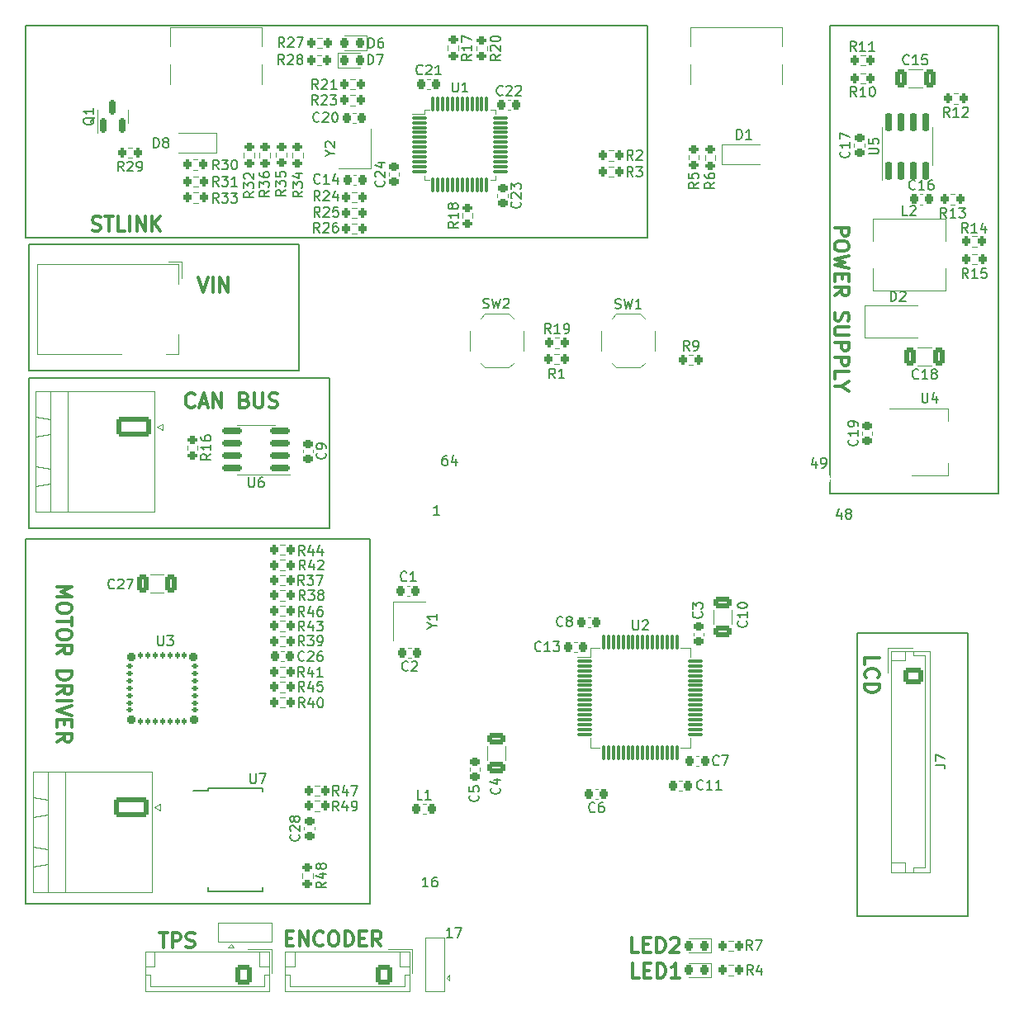
<source format=gto>
G04 #@! TF.GenerationSoftware,KiCad,Pcbnew,(6.0.0)*
G04 #@! TF.CreationDate,2022-08-31T12:15:39-03:00*
G04 #@! TF.ProjectId,PCBMestrado_v1,5043424d-6573-4747-9261-646f5f76312e,rev?*
G04 #@! TF.SameCoordinates,Original*
G04 #@! TF.FileFunction,Legend,Top*
G04 #@! TF.FilePolarity,Positive*
%FSLAX46Y46*%
G04 Gerber Fmt 4.6, Leading zero omitted, Abs format (unit mm)*
G04 Created by KiCad (PCBNEW (6.0.0)) date 2022-08-31 12:15:39*
%MOMM*%
%LPD*%
G01*
G04 APERTURE LIST*
G04 Aperture macros list*
%AMRoundRect*
0 Rectangle with rounded corners*
0 $1 Rounding radius*
0 $2 $3 $4 $5 $6 $7 $8 $9 X,Y pos of 4 corners*
0 Add a 4 corners polygon primitive as box body*
4,1,4,$2,$3,$4,$5,$6,$7,$8,$9,$2,$3,0*
0 Add four circle primitives for the rounded corners*
1,1,$1+$1,$2,$3*
1,1,$1+$1,$4,$5*
1,1,$1+$1,$6,$7*
1,1,$1+$1,$8,$9*
0 Add four rect primitives between the rounded corners*
20,1,$1+$1,$2,$3,$4,$5,0*
20,1,$1+$1,$4,$5,$6,$7,0*
20,1,$1+$1,$6,$7,$8,$9,0*
20,1,$1+$1,$8,$9,$2,$3,0*%
%AMFreePoly0*
4,1,6,1.000000,0.000000,0.500000,-0.750000,-0.500000,-0.750000,-0.500000,0.750000,0.500000,0.750000,1.000000,0.000000,1.000000,0.000000,$1*%
G04 Aperture macros list end*
%ADD10C,0.200000*%
%ADD11C,0.300000*%
%ADD12C,0.150000*%
%ADD13C,0.120000*%
%ADD14RoundRect,0.200000X-0.200000X-0.275000X0.200000X-0.275000X0.200000X0.275000X-0.200000X0.275000X0*%
%ADD15R,1.700000X1.000000*%
%ADD16RoundRect,0.225000X-0.225000X-0.250000X0.225000X-0.250000X0.225000X0.250000X-0.225000X0.250000X0*%
%ADD17RoundRect,0.250000X-0.725000X0.600000X-0.725000X-0.600000X0.725000X-0.600000X0.725000X0.600000X0*%
%ADD18O,1.950000X1.700000*%
%ADD19RoundRect,0.200000X0.275000X-0.200000X0.275000X0.200000X-0.275000X0.200000X-0.275000X-0.200000X0*%
%ADD20RoundRect,0.150000X0.150000X-0.587500X0.150000X0.587500X-0.150000X0.587500X-0.150000X-0.587500X0*%
%ADD21RoundRect,0.225000X-0.225000X-0.225000X0.225000X-0.225000X0.225000X0.225000X-0.225000X0.225000X0*%
%ADD22RoundRect,0.120000X-0.180000X-0.120000X0.180000X-0.120000X0.180000X0.120000X-0.180000X0.120000X0*%
%ADD23RoundRect,0.120000X0.120000X-0.180000X0.120000X0.180000X-0.120000X0.180000X-0.120000X-0.180000X0*%
%ADD24RoundRect,0.225000X0.225000X-0.225000X0.225000X0.225000X-0.225000X0.225000X-0.225000X-0.225000X0*%
%ADD25RoundRect,0.120000X0.180000X0.120000X-0.180000X0.120000X-0.180000X-0.120000X0.180000X-0.120000X0*%
%ADD26RoundRect,0.225000X0.225000X0.225000X-0.225000X0.225000X-0.225000X-0.225000X0.225000X-0.225000X0*%
%ADD27RoundRect,0.120000X-0.120000X0.180000X-0.120000X-0.180000X0.120000X-0.180000X0.120000X0.180000X0*%
%ADD28R,5.200000X5.200000*%
%ADD29C,0.650000*%
%ADD30R,0.600000X1.450000*%
%ADD31R,0.300000X1.450000*%
%ADD32O,1.000000X1.600000*%
%ADD33O,1.000000X2.100000*%
%ADD34RoundRect,0.225000X0.250000X-0.225000X0.250000X0.225000X-0.250000X0.225000X-0.250000X-0.225000X0*%
%ADD35R,1.500000X0.600000*%
%ADD36RoundRect,0.225000X0.225000X0.250000X-0.225000X0.250000X-0.225000X-0.250000X0.225000X-0.250000X0*%
%ADD37RoundRect,0.200000X0.200000X0.275000X-0.200000X0.275000X-0.200000X-0.275000X0.200000X-0.275000X0*%
%ADD38RoundRect,0.200000X-0.275000X0.200000X-0.275000X-0.200000X0.275000X-0.200000X0.275000X0.200000X0*%
%ADD39C,1.200000*%
%ADD40RoundRect,0.075000X-0.700000X-0.075000X0.700000X-0.075000X0.700000X0.075000X-0.700000X0.075000X0*%
%ADD41RoundRect,0.075000X-0.075000X-0.700000X0.075000X-0.700000X0.075000X0.700000X-0.075000X0.700000X0*%
%ADD42R,1.500000X2.200000*%
%ADD43RoundRect,0.225000X-0.250000X0.225000X-0.250000X-0.225000X0.250000X-0.225000X0.250000X0.225000X0*%
%ADD44R,1.500000X1.500000*%
%ADD45FreePoly0,90.000000*%
%ADD46FreePoly0,270.000000*%
%ADD47FreePoly0,0.000000*%
%ADD48FreePoly0,180.000000*%
%ADD49RoundRect,0.218750X0.218750X0.256250X-0.218750X0.256250X-0.218750X-0.256250X0.218750X-0.256250X0*%
%ADD50RoundRect,0.250000X0.600000X0.725000X-0.600000X0.725000X-0.600000X-0.725000X0.600000X-0.725000X0*%
%ADD51O,1.700000X1.950000*%
%ADD52RoundRect,0.150000X0.825000X0.150000X-0.825000X0.150000X-0.825000X-0.150000X0.825000X-0.150000X0*%
%ADD53RoundRect,0.218750X-0.218750X-0.256250X0.218750X-0.256250X0.218750X0.256250X-0.218750X0.256250X0*%
%ADD54RoundRect,0.250000X0.650000X-0.325000X0.650000X0.325000X-0.650000X0.325000X-0.650000X-0.325000X0*%
%ADD55R,0.900000X1.200000*%
%ADD56RoundRect,0.250000X-0.325000X-0.650000X0.325000X-0.650000X0.325000X0.650000X-0.325000X0.650000X0*%
%ADD57RoundRect,0.249999X-1.550001X0.790001X-1.550001X-0.790001X1.550001X-0.790001X1.550001X0.790001X0*%
%ADD58O,3.600000X2.080000*%
%ADD59R,1.200000X1.400000*%
%ADD60RoundRect,0.250000X0.325000X0.650000X-0.325000X0.650000X-0.325000X-0.650000X0.325000X-0.650000X0*%
%ADD61R,2.000000X1.500000*%
%ADD62R,2.000000X3.800000*%
%ADD63R,2.500000X1.800000*%
%ADD64R,2.000000X4.600000*%
%ADD65O,2.000000X4.200000*%
%ADD66O,4.200000X2.000000*%
%ADD67RoundRect,0.075000X-0.662500X-0.075000X0.662500X-0.075000X0.662500X0.075000X-0.662500X0.075000X0*%
%ADD68RoundRect,0.075000X-0.075000X-0.662500X0.075000X-0.662500X0.075000X0.662500X-0.075000X0.662500X0*%
%ADD69RoundRect,0.150000X0.150000X-0.820000X0.150000X0.820000X-0.150000X0.820000X-0.150000X-0.820000X0*%
%ADD70R,3.510000X2.620000*%
G04 APERTURE END LIST*
D10*
X99136200Y-51130200D02*
X162890200Y-51130200D01*
X162890200Y-51130200D02*
X162890200Y-72923400D01*
X162890200Y-72923400D02*
X99136200Y-72923400D01*
X99136200Y-72923400D02*
X99136200Y-51130200D01*
X181533800Y-51130200D02*
X198856600Y-51130200D01*
X198856600Y-51130200D02*
X198856600Y-99212400D01*
X198856600Y-99212400D02*
X181533800Y-99212400D01*
X181533800Y-99212400D02*
X181533800Y-51130200D01*
X184353200Y-113487200D02*
X195707000Y-113487200D01*
X195707000Y-113487200D02*
X195707000Y-142494000D01*
X195707000Y-142494000D02*
X184353200Y-142494000D01*
X184353200Y-142494000D02*
X184353200Y-113487200D01*
X99466400Y-87350600D02*
X130276600Y-87350600D01*
X130276600Y-87350600D02*
X130276600Y-102743000D01*
X130276600Y-102743000D02*
X99466400Y-102743000D01*
X99466400Y-102743000D02*
X99466400Y-87350600D01*
X99085400Y-103835200D02*
X134416800Y-103835200D01*
X134416800Y-103835200D02*
X134416800Y-141274800D01*
X134416800Y-141274800D02*
X99085400Y-141274800D01*
X99085400Y-141274800D02*
X99085400Y-103835200D01*
X99466400Y-73634600D02*
X127152400Y-73634600D01*
X127152400Y-73634600D02*
X127152400Y-86563200D01*
X127152400Y-86563200D02*
X99466400Y-86563200D01*
X99466400Y-86563200D02*
X99466400Y-73634600D01*
D11*
X116822742Y-76978771D02*
X117322742Y-78478771D01*
X117822742Y-76978771D01*
X118322742Y-78478771D02*
X118322742Y-76978771D01*
X119037028Y-78478771D02*
X119037028Y-76978771D01*
X119894171Y-78478771D01*
X119894171Y-76978771D01*
X105948600Y-72184342D02*
X106162885Y-72255771D01*
X106520028Y-72255771D01*
X106662885Y-72184342D01*
X106734314Y-72112914D01*
X106805742Y-71970057D01*
X106805742Y-71827200D01*
X106734314Y-71684342D01*
X106662885Y-71612914D01*
X106520028Y-71541485D01*
X106234314Y-71470057D01*
X106091457Y-71398628D01*
X106020028Y-71327200D01*
X105948600Y-71184342D01*
X105948600Y-71041485D01*
X106020028Y-70898628D01*
X106091457Y-70827200D01*
X106234314Y-70755771D01*
X106591457Y-70755771D01*
X106805742Y-70827200D01*
X107234314Y-70755771D02*
X108091457Y-70755771D01*
X107662885Y-72255771D02*
X107662885Y-70755771D01*
X109305742Y-72255771D02*
X108591457Y-72255771D01*
X108591457Y-70755771D01*
X109805742Y-72255771D02*
X109805742Y-70755771D01*
X110520028Y-72255771D02*
X110520028Y-70755771D01*
X111377171Y-72255771D01*
X111377171Y-70755771D01*
X112091457Y-72255771D02*
X112091457Y-70755771D01*
X112948600Y-72255771D02*
X112305742Y-71398628D01*
X112948600Y-70755771D02*
X112091457Y-71612914D01*
D12*
X140377123Y-139506580D02*
X139805695Y-139506580D01*
X140091409Y-139506580D02*
X140091409Y-138506580D01*
X139996171Y-138649438D01*
X139900933Y-138744676D01*
X139805695Y-138792295D01*
X141234266Y-138506580D02*
X141043790Y-138506580D01*
X140948552Y-138554200D01*
X140900933Y-138601819D01*
X140805695Y-138744676D01*
X140758076Y-138935152D01*
X140758076Y-139316104D01*
X140805695Y-139411342D01*
X140853314Y-139458961D01*
X140948552Y-139506580D01*
X141139028Y-139506580D01*
X141234266Y-139458961D01*
X141281885Y-139411342D01*
X141329504Y-139316104D01*
X141329504Y-139078009D01*
X141281885Y-138982771D01*
X141234266Y-138935152D01*
X141139028Y-138887533D01*
X140948552Y-138887533D01*
X140853314Y-138935152D01*
X140805695Y-138982771D01*
X140758076Y-139078009D01*
X142840923Y-144688180D02*
X142269495Y-144688180D01*
X142555209Y-144688180D02*
X142555209Y-143688180D01*
X142459971Y-143831038D01*
X142364733Y-143926276D01*
X142269495Y-143973895D01*
X143174257Y-143688180D02*
X143840923Y-143688180D01*
X143412352Y-144688180D01*
D11*
X161973628Y-146220571D02*
X161259342Y-146220571D01*
X161259342Y-144720571D01*
X162473628Y-145434857D02*
X162973628Y-145434857D01*
X163187914Y-146220571D02*
X162473628Y-146220571D01*
X162473628Y-144720571D01*
X163187914Y-144720571D01*
X163830771Y-146220571D02*
X163830771Y-144720571D01*
X164187914Y-144720571D01*
X164402200Y-144792000D01*
X164545057Y-144934857D01*
X164616485Y-145077714D01*
X164687914Y-145363428D01*
X164687914Y-145577714D01*
X164616485Y-145863428D01*
X164545057Y-146006285D01*
X164402200Y-146149142D01*
X164187914Y-146220571D01*
X163830771Y-146220571D01*
X165259342Y-144863428D02*
X165330771Y-144792000D01*
X165473628Y-144720571D01*
X165830771Y-144720571D01*
X165973628Y-144792000D01*
X166045057Y-144863428D01*
X166116485Y-145006285D01*
X166116485Y-145149142D01*
X166045057Y-145363428D01*
X165187914Y-146220571D01*
X166116485Y-146220571D01*
D12*
X141539114Y-101355780D02*
X140967685Y-101355780D01*
X141253400Y-101355780D02*
X141253400Y-100355780D01*
X141158161Y-100498638D01*
X141062923Y-100593876D01*
X140967685Y-100641495D01*
D11*
X112788142Y-144237971D02*
X113645285Y-144237971D01*
X113216714Y-145737971D02*
X113216714Y-144237971D01*
X114145285Y-145737971D02*
X114145285Y-144237971D01*
X114716714Y-144237971D01*
X114859571Y-144309400D01*
X114931000Y-144380828D01*
X115002428Y-144523685D01*
X115002428Y-144737971D01*
X114931000Y-144880828D01*
X114859571Y-144952257D01*
X114716714Y-145023685D01*
X114145285Y-145023685D01*
X115573857Y-145666542D02*
X115788142Y-145737971D01*
X116145285Y-145737971D01*
X116288142Y-145666542D01*
X116359571Y-145595114D01*
X116431000Y-145452257D01*
X116431000Y-145309400D01*
X116359571Y-145166542D01*
X116288142Y-145095114D01*
X116145285Y-145023685D01*
X115859571Y-144952257D01*
X115716714Y-144880828D01*
X115645285Y-144809400D01*
X115573857Y-144666542D01*
X115573857Y-144523685D01*
X115645285Y-144380828D01*
X115716714Y-144309400D01*
X115859571Y-144237971D01*
X116216714Y-144237971D01*
X116431000Y-144309400D01*
D12*
X180155885Y-95848514D02*
X180155885Y-96515180D01*
X179917790Y-95467561D02*
X179679695Y-96181847D01*
X180298742Y-96181847D01*
X180727314Y-96515180D02*
X180917790Y-96515180D01*
X181013028Y-96467561D01*
X181060647Y-96419942D01*
X181155885Y-96277085D01*
X181203504Y-96086609D01*
X181203504Y-95705657D01*
X181155885Y-95610419D01*
X181108266Y-95562800D01*
X181013028Y-95515180D01*
X180822552Y-95515180D01*
X180727314Y-95562800D01*
X180679695Y-95610419D01*
X180632076Y-95705657D01*
X180632076Y-95943752D01*
X180679695Y-96038990D01*
X180727314Y-96086609D01*
X180822552Y-96134228D01*
X181013028Y-96134228D01*
X181108266Y-96086609D01*
X181155885Y-96038990D01*
X181203504Y-95943752D01*
D11*
X116432485Y-90223114D02*
X116361057Y-90294542D01*
X116146771Y-90365971D01*
X116003914Y-90365971D01*
X115789628Y-90294542D01*
X115646771Y-90151685D01*
X115575342Y-90008828D01*
X115503914Y-89723114D01*
X115503914Y-89508828D01*
X115575342Y-89223114D01*
X115646771Y-89080257D01*
X115789628Y-88937400D01*
X116003914Y-88865971D01*
X116146771Y-88865971D01*
X116361057Y-88937400D01*
X116432485Y-89008828D01*
X117003914Y-89937400D02*
X117718200Y-89937400D01*
X116861057Y-90365971D02*
X117361057Y-88865971D01*
X117861057Y-90365971D01*
X118361057Y-90365971D02*
X118361057Y-88865971D01*
X119218200Y-90365971D01*
X119218200Y-88865971D01*
X121575342Y-89580257D02*
X121789628Y-89651685D01*
X121861057Y-89723114D01*
X121932485Y-89865971D01*
X121932485Y-90080257D01*
X121861057Y-90223114D01*
X121789628Y-90294542D01*
X121646771Y-90365971D01*
X121075342Y-90365971D01*
X121075342Y-88865971D01*
X121575342Y-88865971D01*
X121718200Y-88937400D01*
X121789628Y-89008828D01*
X121861057Y-89151685D01*
X121861057Y-89294542D01*
X121789628Y-89437400D01*
X121718200Y-89508828D01*
X121575342Y-89580257D01*
X121075342Y-89580257D01*
X122575342Y-88865971D02*
X122575342Y-90080257D01*
X122646771Y-90223114D01*
X122718200Y-90294542D01*
X122861057Y-90365971D01*
X123146771Y-90365971D01*
X123289628Y-90294542D01*
X123361057Y-90223114D01*
X123432485Y-90080257D01*
X123432485Y-88865971D01*
X124075342Y-90294542D02*
X124289628Y-90365971D01*
X124646771Y-90365971D01*
X124789628Y-90294542D01*
X124861057Y-90223114D01*
X124932485Y-90080257D01*
X124932485Y-89937400D01*
X124861057Y-89794542D01*
X124789628Y-89723114D01*
X124646771Y-89651685D01*
X124361057Y-89580257D01*
X124218200Y-89508828D01*
X124146771Y-89437400D01*
X124075342Y-89294542D01*
X124075342Y-89151685D01*
X124146771Y-89008828D01*
X124218200Y-88937400D01*
X124361057Y-88865971D01*
X124718200Y-88865971D01*
X124932485Y-88937400D01*
X185147828Y-116718685D02*
X185147828Y-116004400D01*
X186647828Y-116004400D01*
X185290685Y-118075828D02*
X185219257Y-118004400D01*
X185147828Y-117790114D01*
X185147828Y-117647257D01*
X185219257Y-117432971D01*
X185362114Y-117290114D01*
X185504971Y-117218685D01*
X185790685Y-117147257D01*
X186004971Y-117147257D01*
X186290685Y-117218685D01*
X186433542Y-117290114D01*
X186576400Y-117432971D01*
X186647828Y-117647257D01*
X186647828Y-117790114D01*
X186576400Y-118004400D01*
X186504971Y-118075828D01*
X185147828Y-118718685D02*
X186647828Y-118718685D01*
X186647828Y-119075828D01*
X186576400Y-119290114D01*
X186433542Y-119432971D01*
X186290685Y-119504400D01*
X186004971Y-119575828D01*
X185790685Y-119575828D01*
X185504971Y-119504400D01*
X185362114Y-119432971D01*
X185219257Y-119290114D01*
X185147828Y-119075828D01*
X185147828Y-118718685D01*
D12*
X182725285Y-101095514D02*
X182725285Y-101762180D01*
X182487190Y-100714561D02*
X182249095Y-101428847D01*
X182868142Y-101428847D01*
X183391952Y-101190752D02*
X183296714Y-101143133D01*
X183249095Y-101095514D01*
X183201476Y-101000276D01*
X183201476Y-100952657D01*
X183249095Y-100857419D01*
X183296714Y-100809800D01*
X183391952Y-100762180D01*
X183582428Y-100762180D01*
X183677666Y-100809800D01*
X183725285Y-100857419D01*
X183772904Y-100952657D01*
X183772904Y-101000276D01*
X183725285Y-101095514D01*
X183677666Y-101143133D01*
X183582428Y-101190752D01*
X183391952Y-101190752D01*
X183296714Y-101238371D01*
X183249095Y-101285990D01*
X183201476Y-101381228D01*
X183201476Y-101571704D01*
X183249095Y-101666942D01*
X183296714Y-101714561D01*
X183391952Y-101762180D01*
X183582428Y-101762180D01*
X183677666Y-101714561D01*
X183725285Y-101666942D01*
X183772904Y-101571704D01*
X183772904Y-101381228D01*
X183725285Y-101285990D01*
X183677666Y-101238371D01*
X183582428Y-101190752D01*
D11*
X102343828Y-108769342D02*
X103843828Y-108769342D01*
X102772400Y-109269342D01*
X103843828Y-109769342D01*
X102343828Y-109769342D01*
X103843828Y-110769342D02*
X103843828Y-111055057D01*
X103772400Y-111197914D01*
X103629542Y-111340771D01*
X103343828Y-111412200D01*
X102843828Y-111412200D01*
X102558114Y-111340771D01*
X102415257Y-111197914D01*
X102343828Y-111055057D01*
X102343828Y-110769342D01*
X102415257Y-110626485D01*
X102558114Y-110483628D01*
X102843828Y-110412200D01*
X103343828Y-110412200D01*
X103629542Y-110483628D01*
X103772400Y-110626485D01*
X103843828Y-110769342D01*
X103843828Y-111840771D02*
X103843828Y-112697914D01*
X102343828Y-112269342D02*
X103843828Y-112269342D01*
X103843828Y-113483628D02*
X103843828Y-113769342D01*
X103772400Y-113912200D01*
X103629542Y-114055057D01*
X103343828Y-114126485D01*
X102843828Y-114126485D01*
X102558114Y-114055057D01*
X102415257Y-113912200D01*
X102343828Y-113769342D01*
X102343828Y-113483628D01*
X102415257Y-113340771D01*
X102558114Y-113197914D01*
X102843828Y-113126485D01*
X103343828Y-113126485D01*
X103629542Y-113197914D01*
X103772400Y-113340771D01*
X103843828Y-113483628D01*
X102343828Y-115626485D02*
X103058114Y-115126485D01*
X102343828Y-114769342D02*
X103843828Y-114769342D01*
X103843828Y-115340771D01*
X103772400Y-115483628D01*
X103700971Y-115555057D01*
X103558114Y-115626485D01*
X103343828Y-115626485D01*
X103200971Y-115555057D01*
X103129542Y-115483628D01*
X103058114Y-115340771D01*
X103058114Y-114769342D01*
X102343828Y-117412200D02*
X103843828Y-117412200D01*
X103843828Y-117769342D01*
X103772400Y-117983628D01*
X103629542Y-118126485D01*
X103486685Y-118197914D01*
X103200971Y-118269342D01*
X102986685Y-118269342D01*
X102700971Y-118197914D01*
X102558114Y-118126485D01*
X102415257Y-117983628D01*
X102343828Y-117769342D01*
X102343828Y-117412200D01*
X102343828Y-119769342D02*
X103058114Y-119269342D01*
X102343828Y-118912200D02*
X103843828Y-118912200D01*
X103843828Y-119483628D01*
X103772400Y-119626485D01*
X103700971Y-119697914D01*
X103558114Y-119769342D01*
X103343828Y-119769342D01*
X103200971Y-119697914D01*
X103129542Y-119626485D01*
X103058114Y-119483628D01*
X103058114Y-118912200D01*
X102343828Y-120412200D02*
X103843828Y-120412200D01*
X103843828Y-120912200D02*
X102343828Y-121412200D01*
X103843828Y-121912200D01*
X103129542Y-122412200D02*
X103129542Y-122912200D01*
X102343828Y-123126485D02*
X102343828Y-122412200D01*
X103843828Y-122412200D01*
X103843828Y-123126485D01*
X102343828Y-124626485D02*
X103058114Y-124126485D01*
X102343828Y-123769342D02*
X103843828Y-123769342D01*
X103843828Y-124340771D01*
X103772400Y-124483628D01*
X103700971Y-124555057D01*
X103558114Y-124626485D01*
X103343828Y-124626485D01*
X103200971Y-124555057D01*
X103129542Y-124483628D01*
X103058114Y-124340771D01*
X103058114Y-123769342D01*
X162024428Y-148862171D02*
X161310142Y-148862171D01*
X161310142Y-147362171D01*
X162524428Y-148076457D02*
X163024428Y-148076457D01*
X163238714Y-148862171D02*
X162524428Y-148862171D01*
X162524428Y-147362171D01*
X163238714Y-147362171D01*
X163881571Y-148862171D02*
X163881571Y-147362171D01*
X164238714Y-147362171D01*
X164453000Y-147433600D01*
X164595857Y-147576457D01*
X164667285Y-147719314D01*
X164738714Y-148005028D01*
X164738714Y-148219314D01*
X164667285Y-148505028D01*
X164595857Y-148647885D01*
X164453000Y-148790742D01*
X164238714Y-148862171D01*
X163881571Y-148862171D01*
X166167285Y-148862171D02*
X165310142Y-148862171D01*
X165738714Y-148862171D02*
X165738714Y-147362171D01*
X165595857Y-147576457D01*
X165453000Y-147719314D01*
X165310142Y-147790742D01*
X125836171Y-144799857D02*
X126336171Y-144799857D01*
X126550457Y-145585571D02*
X125836171Y-145585571D01*
X125836171Y-144085571D01*
X126550457Y-144085571D01*
X127193314Y-145585571D02*
X127193314Y-144085571D01*
X128050457Y-145585571D01*
X128050457Y-144085571D01*
X129621885Y-145442714D02*
X129550457Y-145514142D01*
X129336171Y-145585571D01*
X129193314Y-145585571D01*
X128979028Y-145514142D01*
X128836171Y-145371285D01*
X128764742Y-145228428D01*
X128693314Y-144942714D01*
X128693314Y-144728428D01*
X128764742Y-144442714D01*
X128836171Y-144299857D01*
X128979028Y-144157000D01*
X129193314Y-144085571D01*
X129336171Y-144085571D01*
X129550457Y-144157000D01*
X129621885Y-144228428D01*
X130550457Y-144085571D02*
X130836171Y-144085571D01*
X130979028Y-144157000D01*
X131121885Y-144299857D01*
X131193314Y-144585571D01*
X131193314Y-145085571D01*
X131121885Y-145371285D01*
X130979028Y-145514142D01*
X130836171Y-145585571D01*
X130550457Y-145585571D01*
X130407600Y-145514142D01*
X130264742Y-145371285D01*
X130193314Y-145085571D01*
X130193314Y-144585571D01*
X130264742Y-144299857D01*
X130407600Y-144157000D01*
X130550457Y-144085571D01*
X131836171Y-145585571D02*
X131836171Y-144085571D01*
X132193314Y-144085571D01*
X132407600Y-144157000D01*
X132550457Y-144299857D01*
X132621885Y-144442714D01*
X132693314Y-144728428D01*
X132693314Y-144942714D01*
X132621885Y-145228428D01*
X132550457Y-145371285D01*
X132407600Y-145514142D01*
X132193314Y-145585571D01*
X131836171Y-145585571D01*
X133336171Y-144799857D02*
X133836171Y-144799857D01*
X134050457Y-145585571D02*
X133336171Y-145585571D01*
X133336171Y-144085571D01*
X134050457Y-144085571D01*
X135550457Y-145585571D02*
X135050457Y-144871285D01*
X134693314Y-145585571D02*
X134693314Y-144085571D01*
X135264742Y-144085571D01*
X135407600Y-144157000D01*
X135479028Y-144228428D01*
X135550457Y-144371285D01*
X135550457Y-144585571D01*
X135479028Y-144728428D01*
X135407600Y-144799857D01*
X135264742Y-144871285D01*
X134693314Y-144871285D01*
D12*
X142288485Y-95275780D02*
X142098009Y-95275780D01*
X142002771Y-95323400D01*
X141955152Y-95371019D01*
X141859914Y-95513876D01*
X141812295Y-95704352D01*
X141812295Y-96085304D01*
X141859914Y-96180542D01*
X141907533Y-96228161D01*
X142002771Y-96275780D01*
X142193247Y-96275780D01*
X142288485Y-96228161D01*
X142336104Y-96180542D01*
X142383723Y-96085304D01*
X142383723Y-95847209D01*
X142336104Y-95751971D01*
X142288485Y-95704352D01*
X142193247Y-95656733D01*
X142002771Y-95656733D01*
X141907533Y-95704352D01*
X141859914Y-95751971D01*
X141812295Y-95847209D01*
X143240866Y-95609114D02*
X143240866Y-96275780D01*
X143002771Y-95228161D02*
X142764676Y-95942447D01*
X143383723Y-95942447D01*
D11*
X182049028Y-71876685D02*
X183549028Y-71876685D01*
X183549028Y-72448114D01*
X183477600Y-72590971D01*
X183406171Y-72662400D01*
X183263314Y-72733828D01*
X183049028Y-72733828D01*
X182906171Y-72662400D01*
X182834742Y-72590971D01*
X182763314Y-72448114D01*
X182763314Y-71876685D01*
X183549028Y-73662400D02*
X183549028Y-73948114D01*
X183477600Y-74090971D01*
X183334742Y-74233828D01*
X183049028Y-74305257D01*
X182549028Y-74305257D01*
X182263314Y-74233828D01*
X182120457Y-74090971D01*
X182049028Y-73948114D01*
X182049028Y-73662400D01*
X182120457Y-73519542D01*
X182263314Y-73376685D01*
X182549028Y-73305257D01*
X183049028Y-73305257D01*
X183334742Y-73376685D01*
X183477600Y-73519542D01*
X183549028Y-73662400D01*
X183549028Y-74805257D02*
X182049028Y-75162400D01*
X183120457Y-75448114D01*
X182049028Y-75733828D01*
X183549028Y-76090971D01*
X182834742Y-76662400D02*
X182834742Y-77162400D01*
X182049028Y-77376685D02*
X182049028Y-76662400D01*
X183549028Y-76662400D01*
X183549028Y-77376685D01*
X182049028Y-78876685D02*
X182763314Y-78376685D01*
X182049028Y-78019542D02*
X183549028Y-78019542D01*
X183549028Y-78590971D01*
X183477600Y-78733828D01*
X183406171Y-78805257D01*
X183263314Y-78876685D01*
X183049028Y-78876685D01*
X182906171Y-78805257D01*
X182834742Y-78733828D01*
X182763314Y-78590971D01*
X182763314Y-78019542D01*
X182120457Y-80590971D02*
X182049028Y-80805257D01*
X182049028Y-81162400D01*
X182120457Y-81305257D01*
X182191885Y-81376685D01*
X182334742Y-81448114D01*
X182477600Y-81448114D01*
X182620457Y-81376685D01*
X182691885Y-81305257D01*
X182763314Y-81162400D01*
X182834742Y-80876685D01*
X182906171Y-80733828D01*
X182977600Y-80662400D01*
X183120457Y-80590971D01*
X183263314Y-80590971D01*
X183406171Y-80662400D01*
X183477600Y-80733828D01*
X183549028Y-80876685D01*
X183549028Y-81233828D01*
X183477600Y-81448114D01*
X183549028Y-82090971D02*
X182334742Y-82090971D01*
X182191885Y-82162400D01*
X182120457Y-82233828D01*
X182049028Y-82376685D01*
X182049028Y-82662400D01*
X182120457Y-82805257D01*
X182191885Y-82876685D01*
X182334742Y-82948114D01*
X183549028Y-82948114D01*
X182049028Y-83662400D02*
X183549028Y-83662400D01*
X183549028Y-84233828D01*
X183477600Y-84376685D01*
X183406171Y-84448114D01*
X183263314Y-84519542D01*
X183049028Y-84519542D01*
X182906171Y-84448114D01*
X182834742Y-84376685D01*
X182763314Y-84233828D01*
X182763314Y-83662400D01*
X182049028Y-85162400D02*
X183549028Y-85162400D01*
X183549028Y-85733828D01*
X183477600Y-85876685D01*
X183406171Y-85948114D01*
X183263314Y-86019542D01*
X183049028Y-86019542D01*
X182906171Y-85948114D01*
X182834742Y-85876685D01*
X182763314Y-85733828D01*
X182763314Y-85162400D01*
X182049028Y-87376685D02*
X182049028Y-86662400D01*
X183549028Y-86662400D01*
X182763314Y-88162400D02*
X182049028Y-88162400D01*
X183549028Y-87662400D02*
X182763314Y-88162400D01*
X183549028Y-88662400D01*
D12*
X127703342Y-105486460D02*
X127370009Y-105010270D01*
X127131914Y-105486460D02*
X127131914Y-104486460D01*
X127512866Y-104486460D01*
X127608104Y-104534080D01*
X127655723Y-104581699D01*
X127703342Y-104676937D01*
X127703342Y-104819794D01*
X127655723Y-104915032D01*
X127608104Y-104962651D01*
X127512866Y-105010270D01*
X127131914Y-105010270D01*
X128560485Y-104819794D02*
X128560485Y-105486460D01*
X128322390Y-104438841D02*
X128084295Y-105153127D01*
X128703342Y-105153127D01*
X129512866Y-104819794D02*
X129512866Y-105486460D01*
X129274771Y-104438841D02*
X129036676Y-105153127D01*
X129655723Y-105153127D01*
X159550266Y-80144561D02*
X159693123Y-80192180D01*
X159931219Y-80192180D01*
X160026457Y-80144561D01*
X160074076Y-80096942D01*
X160121695Y-80001704D01*
X160121695Y-79906466D01*
X160074076Y-79811228D01*
X160026457Y-79763609D01*
X159931219Y-79715990D01*
X159740742Y-79668371D01*
X159645504Y-79620752D01*
X159597885Y-79573133D01*
X159550266Y-79477895D01*
X159550266Y-79382657D01*
X159597885Y-79287419D01*
X159645504Y-79239800D01*
X159740742Y-79192180D01*
X159978838Y-79192180D01*
X160121695Y-79239800D01*
X160455028Y-79192180D02*
X160693123Y-80192180D01*
X160883600Y-79477895D01*
X161074076Y-80192180D01*
X161312171Y-79192180D01*
X162216933Y-80192180D02*
X161645504Y-80192180D01*
X161931219Y-80192180D02*
X161931219Y-79192180D01*
X161835980Y-79335038D01*
X161740742Y-79430276D01*
X161645504Y-79477895D01*
X129201942Y-60961542D02*
X129154323Y-61009161D01*
X129011466Y-61056780D01*
X128916228Y-61056780D01*
X128773371Y-61009161D01*
X128678133Y-60913923D01*
X128630514Y-60818685D01*
X128582895Y-60628209D01*
X128582895Y-60485352D01*
X128630514Y-60294876D01*
X128678133Y-60199638D01*
X128773371Y-60104400D01*
X128916228Y-60056780D01*
X129011466Y-60056780D01*
X129154323Y-60104400D01*
X129201942Y-60152019D01*
X129582895Y-60152019D02*
X129630514Y-60104400D01*
X129725752Y-60056780D01*
X129963847Y-60056780D01*
X130059085Y-60104400D01*
X130106704Y-60152019D01*
X130154323Y-60247257D01*
X130154323Y-60342495D01*
X130106704Y-60485352D01*
X129535276Y-61056780D01*
X130154323Y-61056780D01*
X130773371Y-60056780D02*
X130868609Y-60056780D01*
X130963847Y-60104400D01*
X131011466Y-60152019D01*
X131059085Y-60247257D01*
X131106704Y-60437733D01*
X131106704Y-60675828D01*
X131059085Y-60866304D01*
X131011466Y-60961542D01*
X130963847Y-61009161D01*
X130868609Y-61056780D01*
X130773371Y-61056780D01*
X130678133Y-61009161D01*
X130630514Y-60961542D01*
X130582895Y-60866304D01*
X130535276Y-60675828D01*
X130535276Y-60437733D01*
X130582895Y-60247257D01*
X130630514Y-60152019D01*
X130678133Y-60104400D01*
X130773371Y-60056780D01*
X192371380Y-126997733D02*
X193085666Y-126997733D01*
X193228523Y-127045352D01*
X193323761Y-127140590D01*
X193371380Y-127283447D01*
X193371380Y-127378685D01*
X192371380Y-126616780D02*
X192371380Y-125950114D01*
X193371380Y-126378685D01*
X169743380Y-67248066D02*
X169267190Y-67581400D01*
X169743380Y-67819495D02*
X168743380Y-67819495D01*
X168743380Y-67438542D01*
X168791000Y-67343304D01*
X168838619Y-67295685D01*
X168933857Y-67248066D01*
X169076714Y-67248066D01*
X169171952Y-67295685D01*
X169219571Y-67343304D01*
X169267190Y-67438542D01*
X169267190Y-67819495D01*
X168743380Y-66390923D02*
X168743380Y-66581400D01*
X168791000Y-66676638D01*
X168838619Y-66724257D01*
X168981476Y-66819495D01*
X169171952Y-66867114D01*
X169552904Y-66867114D01*
X169648142Y-66819495D01*
X169695761Y-66771876D01*
X169743380Y-66676638D01*
X169743380Y-66486161D01*
X169695761Y-66390923D01*
X169648142Y-66343304D01*
X169552904Y-66295685D01*
X169314809Y-66295685D01*
X169219571Y-66343304D01*
X169171952Y-66390923D01*
X169124333Y-66486161D01*
X169124333Y-66676638D01*
X169171952Y-66771876D01*
X169219571Y-66819495D01*
X169314809Y-66867114D01*
X106173819Y-60572638D02*
X106126200Y-60667876D01*
X106030961Y-60763114D01*
X105888104Y-60905971D01*
X105840485Y-61001209D01*
X105840485Y-61096447D01*
X106078580Y-61048828D02*
X106030961Y-61144066D01*
X105935723Y-61239304D01*
X105745247Y-61286923D01*
X105411914Y-61286923D01*
X105221438Y-61239304D01*
X105126200Y-61144066D01*
X105078580Y-61048828D01*
X105078580Y-60858352D01*
X105126200Y-60763114D01*
X105221438Y-60667876D01*
X105411914Y-60620257D01*
X105745247Y-60620257D01*
X105935723Y-60667876D01*
X106030961Y-60763114D01*
X106078580Y-60858352D01*
X106078580Y-61048828D01*
X106078580Y-59667876D02*
X106078580Y-60239304D01*
X106078580Y-59953590D02*
X105078580Y-59953590D01*
X105221438Y-60048828D01*
X105316676Y-60144066D01*
X105364295Y-60239304D01*
X112659695Y-113762980D02*
X112659695Y-114572504D01*
X112707314Y-114667742D01*
X112754933Y-114715361D01*
X112850171Y-114762980D01*
X113040647Y-114762980D01*
X113135885Y-114715361D01*
X113183504Y-114667742D01*
X113231123Y-114572504D01*
X113231123Y-113762980D01*
X113612076Y-113762980D02*
X114231123Y-113762980D01*
X113897790Y-114143933D01*
X114040647Y-114143933D01*
X114135885Y-114191552D01*
X114183504Y-114239171D01*
X114231123Y-114334409D01*
X114231123Y-114572504D01*
X114183504Y-114667742D01*
X114135885Y-114715361D01*
X114040647Y-114762980D01*
X113754933Y-114762980D01*
X113659695Y-114715361D01*
X113612076Y-114667742D01*
X195749942Y-77058780D02*
X195416609Y-76582590D01*
X195178514Y-77058780D02*
X195178514Y-76058780D01*
X195559466Y-76058780D01*
X195654704Y-76106400D01*
X195702323Y-76154019D01*
X195749942Y-76249257D01*
X195749942Y-76392114D01*
X195702323Y-76487352D01*
X195654704Y-76534971D01*
X195559466Y-76582590D01*
X195178514Y-76582590D01*
X196702323Y-77058780D02*
X196130895Y-77058780D01*
X196416609Y-77058780D02*
X196416609Y-76058780D01*
X196321371Y-76201638D01*
X196226133Y-76296876D01*
X196130895Y-76344495D01*
X197607085Y-76058780D02*
X197130895Y-76058780D01*
X197083276Y-76534971D01*
X197130895Y-76487352D01*
X197226133Y-76439733D01*
X197464228Y-76439733D01*
X197559466Y-76487352D01*
X197607085Y-76534971D01*
X197654704Y-76630209D01*
X197654704Y-76868304D01*
X197607085Y-76963542D01*
X197559466Y-77011161D01*
X197464228Y-77058780D01*
X197226133Y-77058780D01*
X197130895Y-77011161D01*
X197083276Y-76963542D01*
X168403542Y-111317066D02*
X168451161Y-111364685D01*
X168498780Y-111507542D01*
X168498780Y-111602780D01*
X168451161Y-111745638D01*
X168355923Y-111840876D01*
X168260685Y-111888495D01*
X168070209Y-111936114D01*
X167927352Y-111936114D01*
X167736876Y-111888495D01*
X167641638Y-111840876D01*
X167546400Y-111745638D01*
X167498780Y-111602780D01*
X167498780Y-111507542D01*
X167546400Y-111364685D01*
X167594019Y-111317066D01*
X167498780Y-110983733D02*
X167498780Y-110364685D01*
X167879733Y-110698019D01*
X167879733Y-110555161D01*
X167927352Y-110459923D01*
X167974971Y-110412304D01*
X168070209Y-110364685D01*
X168308304Y-110364685D01*
X168403542Y-110412304D01*
X168451161Y-110459923D01*
X168498780Y-110555161D01*
X168498780Y-110840876D01*
X168451161Y-110936114D01*
X168403542Y-110983733D01*
X122148695Y-127900180D02*
X122148695Y-128709704D01*
X122196314Y-128804942D01*
X122243933Y-128852561D01*
X122339171Y-128900180D01*
X122529647Y-128900180D01*
X122624885Y-128852561D01*
X122672504Y-128804942D01*
X122720123Y-128709704D01*
X122720123Y-127900180D01*
X123101076Y-127900180D02*
X123767742Y-127900180D01*
X123339171Y-128900180D01*
X125775980Y-68029057D02*
X125299790Y-68362390D01*
X125775980Y-68600485D02*
X124775980Y-68600485D01*
X124775980Y-68219533D01*
X124823600Y-68124295D01*
X124871219Y-68076676D01*
X124966457Y-68029057D01*
X125109314Y-68029057D01*
X125204552Y-68076676D01*
X125252171Y-68124295D01*
X125299790Y-68219533D01*
X125299790Y-68600485D01*
X124775980Y-67695723D02*
X124775980Y-67076676D01*
X125156933Y-67410009D01*
X125156933Y-67267152D01*
X125204552Y-67171914D01*
X125252171Y-67124295D01*
X125347409Y-67076676D01*
X125585504Y-67076676D01*
X125680742Y-67124295D01*
X125728361Y-67171914D01*
X125775980Y-67267152D01*
X125775980Y-67552866D01*
X125728361Y-67648104D01*
X125680742Y-67695723D01*
X124775980Y-66171914D02*
X124775980Y-66648104D01*
X125252171Y-66695723D01*
X125204552Y-66648104D01*
X125156933Y-66552866D01*
X125156933Y-66314771D01*
X125204552Y-66219533D01*
X125252171Y-66171914D01*
X125347409Y-66124295D01*
X125585504Y-66124295D01*
X125680742Y-66171914D01*
X125728361Y-66219533D01*
X125775980Y-66314771D01*
X125775980Y-66552866D01*
X125728361Y-66648104D01*
X125680742Y-66695723D01*
X157469733Y-131773542D02*
X157422114Y-131821161D01*
X157279257Y-131868780D01*
X157184019Y-131868780D01*
X157041161Y-131821161D01*
X156945923Y-131725923D01*
X156898304Y-131630685D01*
X156850685Y-131440209D01*
X156850685Y-131297352D01*
X156898304Y-131106876D01*
X156945923Y-131011638D01*
X157041161Y-130916400D01*
X157184019Y-130868780D01*
X157279257Y-130868780D01*
X157422114Y-130916400D01*
X157469733Y-130964019D01*
X158326876Y-130868780D02*
X158136400Y-130868780D01*
X158041161Y-130916400D01*
X157993542Y-130964019D01*
X157898304Y-131106876D01*
X157850685Y-131297352D01*
X157850685Y-131678304D01*
X157898304Y-131773542D01*
X157945923Y-131821161D01*
X158041161Y-131868780D01*
X158231638Y-131868780D01*
X158326876Y-131821161D01*
X158374495Y-131773542D01*
X158422114Y-131678304D01*
X158422114Y-131440209D01*
X158374495Y-131344971D01*
X158326876Y-131297352D01*
X158231638Y-131249733D01*
X158041161Y-131249733D01*
X157945923Y-131297352D01*
X157898304Y-131344971D01*
X157850685Y-131440209D01*
X129278142Y-69133980D02*
X128944809Y-68657790D01*
X128706714Y-69133980D02*
X128706714Y-68133980D01*
X129087666Y-68133980D01*
X129182904Y-68181600D01*
X129230523Y-68229219D01*
X129278142Y-68324457D01*
X129278142Y-68467314D01*
X129230523Y-68562552D01*
X129182904Y-68610171D01*
X129087666Y-68657790D01*
X128706714Y-68657790D01*
X129659095Y-68229219D02*
X129706714Y-68181600D01*
X129801952Y-68133980D01*
X130040047Y-68133980D01*
X130135285Y-68181600D01*
X130182904Y-68229219D01*
X130230523Y-68324457D01*
X130230523Y-68419695D01*
X130182904Y-68562552D01*
X129611476Y-69133980D01*
X130230523Y-69133980D01*
X131087666Y-68467314D02*
X131087666Y-69133980D01*
X130849571Y-68086361D02*
X130611476Y-68800647D01*
X131230523Y-68800647D01*
X129278142Y-70784980D02*
X128944809Y-70308790D01*
X128706714Y-70784980D02*
X128706714Y-69784980D01*
X129087666Y-69784980D01*
X129182904Y-69832600D01*
X129230523Y-69880219D01*
X129278142Y-69975457D01*
X129278142Y-70118314D01*
X129230523Y-70213552D01*
X129182904Y-70261171D01*
X129087666Y-70308790D01*
X128706714Y-70308790D01*
X129659095Y-69880219D02*
X129706714Y-69832600D01*
X129801952Y-69784980D01*
X130040047Y-69784980D01*
X130135285Y-69832600D01*
X130182904Y-69880219D01*
X130230523Y-69975457D01*
X130230523Y-70070695D01*
X130182904Y-70213552D01*
X129611476Y-70784980D01*
X130230523Y-70784980D01*
X131135285Y-69784980D02*
X130659095Y-69784980D01*
X130611476Y-70261171D01*
X130659095Y-70213552D01*
X130754333Y-70165933D01*
X130992428Y-70165933D01*
X131087666Y-70213552D01*
X131135285Y-70261171D01*
X131182904Y-70356409D01*
X131182904Y-70594504D01*
X131135285Y-70689742D01*
X131087666Y-70737361D01*
X130992428Y-70784980D01*
X130754333Y-70784980D01*
X130659095Y-70737361D01*
X130611476Y-70689742D01*
X127503180Y-68156057D02*
X127026990Y-68489390D01*
X127503180Y-68727485D02*
X126503180Y-68727485D01*
X126503180Y-68346533D01*
X126550800Y-68251295D01*
X126598419Y-68203676D01*
X126693657Y-68156057D01*
X126836514Y-68156057D01*
X126931752Y-68203676D01*
X126979371Y-68251295D01*
X127026990Y-68346533D01*
X127026990Y-68727485D01*
X126503180Y-67822723D02*
X126503180Y-67203676D01*
X126884133Y-67537009D01*
X126884133Y-67394152D01*
X126931752Y-67298914D01*
X126979371Y-67251295D01*
X127074609Y-67203676D01*
X127312704Y-67203676D01*
X127407942Y-67251295D01*
X127455561Y-67298914D01*
X127503180Y-67394152D01*
X127503180Y-67679866D01*
X127455561Y-67775104D01*
X127407942Y-67822723D01*
X126836514Y-66346533D02*
X127503180Y-66346533D01*
X126455561Y-66584628D02*
X127169847Y-66822723D01*
X127169847Y-66203676D01*
X118087380Y-95105457D02*
X117611190Y-95438790D01*
X118087380Y-95676885D02*
X117087380Y-95676885D01*
X117087380Y-95295933D01*
X117135000Y-95200695D01*
X117182619Y-95153076D01*
X117277857Y-95105457D01*
X117420714Y-95105457D01*
X117515952Y-95153076D01*
X117563571Y-95200695D01*
X117611190Y-95295933D01*
X117611190Y-95676885D01*
X118087380Y-94153076D02*
X118087380Y-94724504D01*
X118087380Y-94438790D02*
X117087380Y-94438790D01*
X117230238Y-94534028D01*
X117325476Y-94629266D01*
X117373095Y-94724504D01*
X117087380Y-93295933D02*
X117087380Y-93486409D01*
X117135000Y-93581647D01*
X117182619Y-93629266D01*
X117325476Y-93724504D01*
X117515952Y-93772123D01*
X117896904Y-93772123D01*
X117992142Y-93724504D01*
X118039761Y-93676885D01*
X118087380Y-93581647D01*
X118087380Y-93391171D01*
X118039761Y-93295933D01*
X117992142Y-93248314D01*
X117896904Y-93200695D01*
X117658809Y-93200695D01*
X117563571Y-93248314D01*
X117515952Y-93295933D01*
X117468333Y-93391171D01*
X117468333Y-93581647D01*
X117515952Y-93676885D01*
X117563571Y-93724504D01*
X117658809Y-93772123D01*
X161370295Y-112158180D02*
X161370295Y-112967704D01*
X161417914Y-113062942D01*
X161465533Y-113110561D01*
X161560771Y-113158180D01*
X161751247Y-113158180D01*
X161846485Y-113110561D01*
X161894104Y-113062942D01*
X161941723Y-112967704D01*
X161941723Y-112158180D01*
X162370295Y-112253419D02*
X162417914Y-112205800D01*
X162513152Y-112158180D01*
X162751247Y-112158180D01*
X162846485Y-112205800D01*
X162894104Y-112253419D01*
X162941723Y-112348657D01*
X162941723Y-112443895D01*
X162894104Y-112586752D01*
X162322676Y-113158180D01*
X162941723Y-113158180D01*
X131183142Y-131719580D02*
X130849809Y-131243390D01*
X130611714Y-131719580D02*
X130611714Y-130719580D01*
X130992666Y-130719580D01*
X131087904Y-130767200D01*
X131135523Y-130814819D01*
X131183142Y-130910057D01*
X131183142Y-131052914D01*
X131135523Y-131148152D01*
X131087904Y-131195771D01*
X130992666Y-131243390D01*
X130611714Y-131243390D01*
X132040285Y-131052914D02*
X132040285Y-131719580D01*
X131802190Y-130671961D02*
X131564095Y-131386247D01*
X132183142Y-131386247D01*
X132611714Y-131719580D02*
X132802190Y-131719580D01*
X132897428Y-131671961D01*
X132945047Y-131624342D01*
X133040285Y-131481485D01*
X133087904Y-131291009D01*
X133087904Y-130910057D01*
X133040285Y-130814819D01*
X132992666Y-130767200D01*
X132897428Y-130719580D01*
X132706952Y-130719580D01*
X132611714Y-130767200D01*
X132564095Y-130814819D01*
X132516476Y-130910057D01*
X132516476Y-131148152D01*
X132564095Y-131243390D01*
X132611714Y-131291009D01*
X132706952Y-131338628D01*
X132897428Y-131338628D01*
X132992666Y-131291009D01*
X133040285Y-131243390D01*
X133087904Y-131148152D01*
X189520533Y-70652980D02*
X189044342Y-70652980D01*
X189044342Y-69652980D01*
X189806247Y-69748219D02*
X189853866Y-69700600D01*
X189949104Y-69652980D01*
X190187200Y-69652980D01*
X190282438Y-69700600D01*
X190330057Y-69748219D01*
X190377676Y-69843457D01*
X190377676Y-69938695D01*
X190330057Y-70081552D01*
X189758628Y-70652980D01*
X190377676Y-70652980D01*
X135840742Y-67063857D02*
X135888361Y-67111476D01*
X135935980Y-67254333D01*
X135935980Y-67349571D01*
X135888361Y-67492428D01*
X135793123Y-67587666D01*
X135697885Y-67635285D01*
X135507409Y-67682904D01*
X135364552Y-67682904D01*
X135174076Y-67635285D01*
X135078838Y-67587666D01*
X134983600Y-67492428D01*
X134935980Y-67349571D01*
X134935980Y-67254333D01*
X134983600Y-67111476D01*
X135031219Y-67063857D01*
X135031219Y-66682904D02*
X134983600Y-66635285D01*
X134935980Y-66540047D01*
X134935980Y-66301952D01*
X134983600Y-66206714D01*
X135031219Y-66159095D01*
X135126457Y-66111476D01*
X135221695Y-66111476D01*
X135364552Y-66159095D01*
X135935980Y-66730523D01*
X135935980Y-66111476D01*
X135269314Y-65254333D02*
X135935980Y-65254333D01*
X134888361Y-65492428D02*
X135602647Y-65730523D01*
X135602647Y-65111476D01*
X161377333Y-64942980D02*
X161044000Y-64466790D01*
X160805904Y-64942980D02*
X160805904Y-63942980D01*
X161186857Y-63942980D01*
X161282095Y-63990600D01*
X161329714Y-64038219D01*
X161377333Y-64133457D01*
X161377333Y-64276314D01*
X161329714Y-64371552D01*
X161282095Y-64419171D01*
X161186857Y-64466790D01*
X160805904Y-64466790D01*
X161758285Y-64038219D02*
X161805904Y-63990600D01*
X161901142Y-63942980D01*
X162139238Y-63942980D01*
X162234476Y-63990600D01*
X162282095Y-64038219D01*
X162329714Y-64133457D01*
X162329714Y-64228695D01*
X162282095Y-64371552D01*
X161710666Y-64942980D01*
X162329714Y-64942980D01*
X151938942Y-115255942D02*
X151891323Y-115303561D01*
X151748466Y-115351180D01*
X151653228Y-115351180D01*
X151510371Y-115303561D01*
X151415133Y-115208323D01*
X151367514Y-115113085D01*
X151319895Y-114922609D01*
X151319895Y-114779752D01*
X151367514Y-114589276D01*
X151415133Y-114494038D01*
X151510371Y-114398800D01*
X151653228Y-114351180D01*
X151748466Y-114351180D01*
X151891323Y-114398800D01*
X151938942Y-114446419D01*
X152891323Y-115351180D02*
X152319895Y-115351180D01*
X152605609Y-115351180D02*
X152605609Y-114351180D01*
X152510371Y-114494038D01*
X152415133Y-114589276D01*
X152319895Y-114636895D01*
X153224657Y-114351180D02*
X153843704Y-114351180D01*
X153510371Y-114732133D01*
X153653228Y-114732133D01*
X153748466Y-114779752D01*
X153796085Y-114827371D01*
X153843704Y-114922609D01*
X153843704Y-115160704D01*
X153796085Y-115255942D01*
X153748466Y-115303561D01*
X153653228Y-115351180D01*
X153367514Y-115351180D01*
X153272276Y-115303561D01*
X153224657Y-115255942D01*
X146012066Y-80109961D02*
X146154923Y-80157580D01*
X146393019Y-80157580D01*
X146488257Y-80109961D01*
X146535876Y-80062342D01*
X146583495Y-79967104D01*
X146583495Y-79871866D01*
X146535876Y-79776628D01*
X146488257Y-79729009D01*
X146393019Y-79681390D01*
X146202542Y-79633771D01*
X146107304Y-79586152D01*
X146059685Y-79538533D01*
X146012066Y-79443295D01*
X146012066Y-79348057D01*
X146059685Y-79252819D01*
X146107304Y-79205200D01*
X146202542Y-79157580D01*
X146440638Y-79157580D01*
X146583495Y-79205200D01*
X146916828Y-79157580D02*
X147154923Y-80157580D01*
X147345400Y-79443295D01*
X147535876Y-80157580D01*
X147773971Y-79157580D01*
X148107304Y-79252819D02*
X148154923Y-79205200D01*
X148250161Y-79157580D01*
X148488257Y-79157580D01*
X148583495Y-79205200D01*
X148631114Y-79252819D01*
X148678733Y-79348057D01*
X148678733Y-79443295D01*
X148631114Y-79586152D01*
X148059685Y-80157580D01*
X148678733Y-80157580D01*
X144811280Y-54113857D02*
X144335090Y-54447190D01*
X144811280Y-54685285D02*
X143811280Y-54685285D01*
X143811280Y-54304333D01*
X143858900Y-54209095D01*
X143906519Y-54161476D01*
X144001757Y-54113857D01*
X144144614Y-54113857D01*
X144239852Y-54161476D01*
X144287471Y-54209095D01*
X144335090Y-54304333D01*
X144335090Y-54685285D01*
X144811280Y-53161476D02*
X144811280Y-53732904D01*
X144811280Y-53447190D02*
X143811280Y-53447190D01*
X143954138Y-53542428D01*
X144049376Y-53637666D01*
X144096995Y-53732904D01*
X143811280Y-52828142D02*
X143811280Y-52161476D01*
X144811280Y-52590047D01*
X127703342Y-121107460D02*
X127370009Y-120631270D01*
X127131914Y-121107460D02*
X127131914Y-120107460D01*
X127512866Y-120107460D01*
X127608104Y-120155080D01*
X127655723Y-120202699D01*
X127703342Y-120297937D01*
X127703342Y-120440794D01*
X127655723Y-120536032D01*
X127608104Y-120583651D01*
X127512866Y-120631270D01*
X127131914Y-120631270D01*
X128560485Y-120440794D02*
X128560485Y-121107460D01*
X128322390Y-120059841D02*
X128084295Y-120774127D01*
X128703342Y-120774127D01*
X129274771Y-120107460D02*
X129370009Y-120107460D01*
X129465247Y-120155080D01*
X129512866Y-120202699D01*
X129560485Y-120297937D01*
X129608104Y-120488413D01*
X129608104Y-120726508D01*
X129560485Y-120916984D01*
X129512866Y-121012222D01*
X129465247Y-121059841D01*
X129370009Y-121107460D01*
X129274771Y-121107460D01*
X129179533Y-121059841D01*
X129131914Y-121012222D01*
X129084295Y-120916984D01*
X129036676Y-120726508D01*
X129036676Y-120488413D01*
X129084295Y-120297937D01*
X129131914Y-120202699D01*
X129179533Y-120155080D01*
X129274771Y-120107460D01*
X127754142Y-110104180D02*
X127420809Y-109627990D01*
X127182714Y-110104180D02*
X127182714Y-109104180D01*
X127563666Y-109104180D01*
X127658904Y-109151800D01*
X127706523Y-109199419D01*
X127754142Y-109294657D01*
X127754142Y-109437514D01*
X127706523Y-109532752D01*
X127658904Y-109580371D01*
X127563666Y-109627990D01*
X127182714Y-109627990D01*
X128087476Y-109104180D02*
X128706523Y-109104180D01*
X128373190Y-109485133D01*
X128516047Y-109485133D01*
X128611285Y-109532752D01*
X128658904Y-109580371D01*
X128706523Y-109675609D01*
X128706523Y-109913704D01*
X128658904Y-110008942D01*
X128611285Y-110056561D01*
X128516047Y-110104180D01*
X128230333Y-110104180D01*
X128135095Y-110056561D01*
X128087476Y-110008942D01*
X129277952Y-109532752D02*
X129182714Y-109485133D01*
X129135095Y-109437514D01*
X129087476Y-109342276D01*
X129087476Y-109294657D01*
X129135095Y-109199419D01*
X129182714Y-109151800D01*
X129277952Y-109104180D01*
X129468428Y-109104180D01*
X129563666Y-109151800D01*
X129611285Y-109199419D01*
X129658904Y-109294657D01*
X129658904Y-109342276D01*
X129611285Y-109437514D01*
X129563666Y-109485133D01*
X129468428Y-109532752D01*
X129277952Y-109532752D01*
X129182714Y-109580371D01*
X129135095Y-109627990D01*
X129087476Y-109723228D01*
X129087476Y-109913704D01*
X129135095Y-110008942D01*
X129182714Y-110056561D01*
X129277952Y-110104180D01*
X129468428Y-110104180D01*
X129563666Y-110056561D01*
X129611285Y-110008942D01*
X129658904Y-109913704D01*
X129658904Y-109723228D01*
X129611285Y-109627990D01*
X129563666Y-109580371D01*
X129468428Y-109532752D01*
X129100342Y-57678580D02*
X128767009Y-57202390D01*
X128528914Y-57678580D02*
X128528914Y-56678580D01*
X128909866Y-56678580D01*
X129005104Y-56726200D01*
X129052723Y-56773819D01*
X129100342Y-56869057D01*
X129100342Y-57011914D01*
X129052723Y-57107152D01*
X129005104Y-57154771D01*
X128909866Y-57202390D01*
X128528914Y-57202390D01*
X129481295Y-56773819D02*
X129528914Y-56726200D01*
X129624152Y-56678580D01*
X129862247Y-56678580D01*
X129957485Y-56726200D01*
X130005104Y-56773819D01*
X130052723Y-56869057D01*
X130052723Y-56964295D01*
X130005104Y-57107152D01*
X129433676Y-57678580D01*
X130052723Y-57678580D01*
X131005104Y-57678580D02*
X130433676Y-57678580D01*
X130719390Y-57678580D02*
X130719390Y-56678580D01*
X130624152Y-56821438D01*
X130528914Y-56916676D01*
X130433676Y-56964295D01*
X184243742Y-53792380D02*
X183910409Y-53316190D01*
X183672314Y-53792380D02*
X183672314Y-52792380D01*
X184053266Y-52792380D01*
X184148504Y-52840000D01*
X184196123Y-52887619D01*
X184243742Y-52982857D01*
X184243742Y-53125714D01*
X184196123Y-53220952D01*
X184148504Y-53268571D01*
X184053266Y-53316190D01*
X183672314Y-53316190D01*
X185196123Y-53792380D02*
X184624695Y-53792380D01*
X184910409Y-53792380D02*
X184910409Y-52792380D01*
X184815171Y-52935238D01*
X184719933Y-53030476D01*
X184624695Y-53078095D01*
X186148504Y-53792380D02*
X185577076Y-53792380D01*
X185862790Y-53792380D02*
X185862790Y-52792380D01*
X185767552Y-52935238D01*
X185672314Y-53030476D01*
X185577076Y-53078095D01*
X127677942Y-119456460D02*
X127344609Y-118980270D01*
X127106514Y-119456460D02*
X127106514Y-118456460D01*
X127487466Y-118456460D01*
X127582704Y-118504080D01*
X127630323Y-118551699D01*
X127677942Y-118646937D01*
X127677942Y-118789794D01*
X127630323Y-118885032D01*
X127582704Y-118932651D01*
X127487466Y-118980270D01*
X127106514Y-118980270D01*
X128535085Y-118789794D02*
X128535085Y-119456460D01*
X128296990Y-118408841D02*
X128058895Y-119123127D01*
X128677942Y-119123127D01*
X129535085Y-118456460D02*
X129058895Y-118456460D01*
X129011276Y-118932651D01*
X129058895Y-118885032D01*
X129154133Y-118837413D01*
X129392228Y-118837413D01*
X129487466Y-118885032D01*
X129535085Y-118932651D01*
X129582704Y-119027889D01*
X129582704Y-119265984D01*
X129535085Y-119361222D01*
X129487466Y-119408841D01*
X129392228Y-119456460D01*
X129154133Y-119456460D01*
X129058895Y-119408841D01*
X129011276Y-119361222D01*
X134288304Y-53436780D02*
X134288304Y-52436780D01*
X134526400Y-52436780D01*
X134669257Y-52484400D01*
X134764495Y-52579638D01*
X134812114Y-52674876D01*
X134859733Y-52865352D01*
X134859733Y-53008209D01*
X134812114Y-53198685D01*
X134764495Y-53293923D01*
X134669257Y-53389161D01*
X134526400Y-53436780D01*
X134288304Y-53436780D01*
X135716876Y-52436780D02*
X135526400Y-52436780D01*
X135431161Y-52484400D01*
X135383542Y-52532019D01*
X135288304Y-52674876D01*
X135240685Y-52865352D01*
X135240685Y-53246304D01*
X135288304Y-53341542D01*
X135335923Y-53389161D01*
X135431161Y-53436780D01*
X135621638Y-53436780D01*
X135716876Y-53389161D01*
X135764495Y-53341542D01*
X135812114Y-53246304D01*
X135812114Y-53008209D01*
X135764495Y-52912971D01*
X135716876Y-52865352D01*
X135621638Y-52817733D01*
X135431161Y-52817733D01*
X135335923Y-52865352D01*
X135288304Y-52912971D01*
X135240685Y-53008209D01*
X170191133Y-126950742D02*
X170143514Y-126998361D01*
X170000657Y-127045980D01*
X169905419Y-127045980D01*
X169762561Y-126998361D01*
X169667323Y-126903123D01*
X169619704Y-126807885D01*
X169572085Y-126617409D01*
X169572085Y-126474552D01*
X169619704Y-126284076D01*
X169667323Y-126188838D01*
X169762561Y-126093600D01*
X169905419Y-126045980D01*
X170000657Y-126045980D01*
X170143514Y-126093600D01*
X170191133Y-126141219D01*
X170524466Y-126045980D02*
X171191133Y-126045980D01*
X170762561Y-127045980D01*
X173670933Y-148534380D02*
X173337600Y-148058190D01*
X173099504Y-148534380D02*
X173099504Y-147534380D01*
X173480457Y-147534380D01*
X173575695Y-147582000D01*
X173623314Y-147629619D01*
X173670933Y-147724857D01*
X173670933Y-147867714D01*
X173623314Y-147962952D01*
X173575695Y-148010571D01*
X173480457Y-148058190D01*
X173099504Y-148058190D01*
X174528076Y-147867714D02*
X174528076Y-148534380D01*
X174289980Y-147486761D02*
X174051885Y-148201047D01*
X174670933Y-148201047D01*
X121970895Y-97518180D02*
X121970895Y-98327704D01*
X122018514Y-98422942D01*
X122066133Y-98470561D01*
X122161371Y-98518180D01*
X122351847Y-98518180D01*
X122447085Y-98470561D01*
X122494704Y-98422942D01*
X122542323Y-98327704D01*
X122542323Y-97518180D01*
X123447085Y-97518180D02*
X123256609Y-97518180D01*
X123161371Y-97565800D01*
X123113752Y-97613419D01*
X123018514Y-97756276D01*
X122970895Y-97946752D01*
X122970895Y-98327704D01*
X123018514Y-98422942D01*
X123066133Y-98470561D01*
X123161371Y-98518180D01*
X123351847Y-98518180D01*
X123447085Y-98470561D01*
X123494704Y-98422942D01*
X123542323Y-98327704D01*
X123542323Y-98089609D01*
X123494704Y-97994371D01*
X123447085Y-97946752D01*
X123351847Y-97899133D01*
X123161371Y-97899133D01*
X123066133Y-97946752D01*
X123018514Y-97994371D01*
X122970895Y-98089609D01*
X139787333Y-130551180D02*
X139311142Y-130551180D01*
X139311142Y-129551180D01*
X140644476Y-130551180D02*
X140073047Y-130551180D01*
X140358761Y-130551180D02*
X140358761Y-129551180D01*
X140263523Y-129694038D01*
X140168285Y-129789276D01*
X140073047Y-129836895D01*
X153401733Y-87345780D02*
X153068400Y-86869590D01*
X152830304Y-87345780D02*
X152830304Y-86345780D01*
X153211257Y-86345780D01*
X153306495Y-86393400D01*
X153354114Y-86441019D01*
X153401733Y-86536257D01*
X153401733Y-86679114D01*
X153354114Y-86774352D01*
X153306495Y-86821971D01*
X153211257Y-86869590D01*
X152830304Y-86869590D01*
X154354114Y-87345780D02*
X153782685Y-87345780D01*
X154068400Y-87345780D02*
X154068400Y-86345780D01*
X153973161Y-86488638D01*
X153877923Y-86583876D01*
X153782685Y-86631495D01*
X193832742Y-60530980D02*
X193499409Y-60054790D01*
X193261314Y-60530980D02*
X193261314Y-59530980D01*
X193642266Y-59530980D01*
X193737504Y-59578600D01*
X193785123Y-59626219D01*
X193832742Y-59721457D01*
X193832742Y-59864314D01*
X193785123Y-59959552D01*
X193737504Y-60007171D01*
X193642266Y-60054790D01*
X193261314Y-60054790D01*
X194785123Y-60530980D02*
X194213695Y-60530980D01*
X194499409Y-60530980D02*
X194499409Y-59530980D01*
X194404171Y-59673838D01*
X194308933Y-59769076D01*
X194213695Y-59816695D01*
X195166076Y-59626219D02*
X195213695Y-59578600D01*
X195308933Y-59530980D01*
X195547028Y-59530980D01*
X195642266Y-59578600D01*
X195689885Y-59626219D01*
X195737504Y-59721457D01*
X195737504Y-59816695D01*
X195689885Y-59959552D01*
X195118457Y-60530980D01*
X195737504Y-60530980D01*
X129278142Y-67286142D02*
X129230523Y-67333761D01*
X129087666Y-67381380D01*
X128992428Y-67381380D01*
X128849571Y-67333761D01*
X128754333Y-67238523D01*
X128706714Y-67143285D01*
X128659095Y-66952809D01*
X128659095Y-66809952D01*
X128706714Y-66619476D01*
X128754333Y-66524238D01*
X128849571Y-66429000D01*
X128992428Y-66381380D01*
X129087666Y-66381380D01*
X129230523Y-66429000D01*
X129278142Y-66476619D01*
X130230523Y-67381380D02*
X129659095Y-67381380D01*
X129944809Y-67381380D02*
X129944809Y-66381380D01*
X129849571Y-66524238D01*
X129754333Y-66619476D01*
X129659095Y-66667095D01*
X131087666Y-66714714D02*
X131087666Y-67381380D01*
X130849571Y-66333761D02*
X130611476Y-67048047D01*
X131230523Y-67048047D01*
X161377333Y-66644780D02*
X161044000Y-66168590D01*
X160805904Y-66644780D02*
X160805904Y-65644780D01*
X161186857Y-65644780D01*
X161282095Y-65692400D01*
X161329714Y-65740019D01*
X161377333Y-65835257D01*
X161377333Y-65978114D01*
X161329714Y-66073352D01*
X161282095Y-66120971D01*
X161186857Y-66168590D01*
X160805904Y-66168590D01*
X161710666Y-65644780D02*
X162329714Y-65644780D01*
X161996380Y-66025733D01*
X162139238Y-66025733D01*
X162234476Y-66073352D01*
X162282095Y-66120971D01*
X162329714Y-66216209D01*
X162329714Y-66454304D01*
X162282095Y-66549542D01*
X162234476Y-66597161D01*
X162139238Y-66644780D01*
X161853523Y-66644780D01*
X161758285Y-66597161D01*
X161710666Y-66549542D01*
X129898380Y-139022057D02*
X129422190Y-139355390D01*
X129898380Y-139593485D02*
X128898380Y-139593485D01*
X128898380Y-139212533D01*
X128946000Y-139117295D01*
X128993619Y-139069676D01*
X129088857Y-139022057D01*
X129231714Y-139022057D01*
X129326952Y-139069676D01*
X129374571Y-139117295D01*
X129422190Y-139212533D01*
X129422190Y-139593485D01*
X129231714Y-138164914D02*
X129898380Y-138164914D01*
X128850761Y-138403009D02*
X129565047Y-138641104D01*
X129565047Y-138022057D01*
X129326952Y-137498247D02*
X129279333Y-137593485D01*
X129231714Y-137641104D01*
X129136476Y-137688723D01*
X129088857Y-137688723D01*
X128993619Y-137641104D01*
X128946000Y-137593485D01*
X128898380Y-137498247D01*
X128898380Y-137307771D01*
X128946000Y-137212533D01*
X128993619Y-137164914D01*
X129088857Y-137117295D01*
X129136476Y-137117295D01*
X129231714Y-137164914D01*
X129279333Y-137212533D01*
X129326952Y-137307771D01*
X129326952Y-137498247D01*
X129374571Y-137593485D01*
X129422190Y-137641104D01*
X129517428Y-137688723D01*
X129707904Y-137688723D01*
X129803142Y-137641104D01*
X129850761Y-137593485D01*
X129898380Y-137498247D01*
X129898380Y-137307771D01*
X129850761Y-137212533D01*
X129803142Y-137164914D01*
X129707904Y-137117295D01*
X129517428Y-137117295D01*
X129422190Y-137164914D01*
X129374571Y-137212533D01*
X129326952Y-137307771D01*
X129828542Y-94997866D02*
X129876161Y-95045485D01*
X129923780Y-95188342D01*
X129923780Y-95283580D01*
X129876161Y-95426438D01*
X129780923Y-95521676D01*
X129685685Y-95569295D01*
X129495209Y-95616914D01*
X129352352Y-95616914D01*
X129161876Y-95569295D01*
X129066638Y-95521676D01*
X128971400Y-95426438D01*
X128923780Y-95283580D01*
X128923780Y-95188342D01*
X128971400Y-95045485D01*
X129019019Y-94997866D01*
X129923780Y-94521676D02*
X129923780Y-94331200D01*
X129876161Y-94235961D01*
X129828542Y-94188342D01*
X129685685Y-94093104D01*
X129495209Y-94045485D01*
X129114257Y-94045485D01*
X129019019Y-94093104D01*
X128971400Y-94140723D01*
X128923780Y-94235961D01*
X128923780Y-94426438D01*
X128971400Y-94521676D01*
X129019019Y-94569295D01*
X129114257Y-94616914D01*
X129352352Y-94616914D01*
X129447590Y-94569295D01*
X129495209Y-94521676D01*
X129542828Y-94426438D01*
X129542828Y-94235961D01*
X129495209Y-94140723D01*
X129447590Y-94093104D01*
X129352352Y-94045485D01*
X184347142Y-93632257D02*
X184394761Y-93679876D01*
X184442380Y-93822733D01*
X184442380Y-93917971D01*
X184394761Y-94060828D01*
X184299523Y-94156066D01*
X184204285Y-94203685D01*
X184013809Y-94251304D01*
X183870952Y-94251304D01*
X183680476Y-94203685D01*
X183585238Y-94156066D01*
X183490000Y-94060828D01*
X183442380Y-93917971D01*
X183442380Y-93822733D01*
X183490000Y-93679876D01*
X183537619Y-93632257D01*
X184442380Y-92679876D02*
X184442380Y-93251304D01*
X184442380Y-92965590D02*
X183442380Y-92965590D01*
X183585238Y-93060828D01*
X183680476Y-93156066D01*
X183728095Y-93251304D01*
X184442380Y-92203685D02*
X184442380Y-92013209D01*
X184394761Y-91917971D01*
X184347142Y-91870352D01*
X184204285Y-91775114D01*
X184013809Y-91727495D01*
X183632857Y-91727495D01*
X183537619Y-91775114D01*
X183490000Y-91822733D01*
X183442380Y-91917971D01*
X183442380Y-92108447D01*
X183490000Y-92203685D01*
X183537619Y-92251304D01*
X183632857Y-92298923D01*
X183870952Y-92298923D01*
X183966190Y-92251304D01*
X184013809Y-92203685D01*
X184061428Y-92108447D01*
X184061428Y-91917971D01*
X184013809Y-91822733D01*
X183966190Y-91775114D01*
X183870952Y-91727495D01*
X193514742Y-70868780D02*
X193181409Y-70392590D01*
X192943314Y-70868780D02*
X192943314Y-69868780D01*
X193324266Y-69868780D01*
X193419504Y-69916400D01*
X193467123Y-69964019D01*
X193514742Y-70059257D01*
X193514742Y-70202114D01*
X193467123Y-70297352D01*
X193419504Y-70344971D01*
X193324266Y-70392590D01*
X192943314Y-70392590D01*
X194467123Y-70868780D02*
X193895695Y-70868780D01*
X194181409Y-70868780D02*
X194181409Y-69868780D01*
X194086171Y-70011638D01*
X193990933Y-70106876D01*
X193895695Y-70154495D01*
X194800457Y-69868780D02*
X195419504Y-69868780D01*
X195086171Y-70249733D01*
X195229028Y-70249733D01*
X195324266Y-70297352D01*
X195371885Y-70344971D01*
X195419504Y-70440209D01*
X195419504Y-70678304D01*
X195371885Y-70773542D01*
X195324266Y-70821161D01*
X195229028Y-70868780D01*
X194943314Y-70868780D01*
X194848076Y-70821161D01*
X194800457Y-70773542D01*
X148023342Y-58236142D02*
X147975723Y-58283761D01*
X147832866Y-58331380D01*
X147737628Y-58331380D01*
X147594771Y-58283761D01*
X147499533Y-58188523D01*
X147451914Y-58093285D01*
X147404295Y-57902809D01*
X147404295Y-57759952D01*
X147451914Y-57569476D01*
X147499533Y-57474238D01*
X147594771Y-57379000D01*
X147737628Y-57331380D01*
X147832866Y-57331380D01*
X147975723Y-57379000D01*
X148023342Y-57426619D01*
X148404295Y-57426619D02*
X148451914Y-57379000D01*
X148547152Y-57331380D01*
X148785247Y-57331380D01*
X148880485Y-57379000D01*
X148928104Y-57426619D01*
X148975723Y-57521857D01*
X148975723Y-57617095D01*
X148928104Y-57759952D01*
X148356676Y-58331380D01*
X148975723Y-58331380D01*
X149356676Y-57426619D02*
X149404295Y-57379000D01*
X149499533Y-57331380D01*
X149737628Y-57331380D01*
X149832866Y-57379000D01*
X149880485Y-57426619D01*
X149928104Y-57521857D01*
X149928104Y-57617095D01*
X149880485Y-57759952D01*
X149309057Y-58331380D01*
X149928104Y-58331380D01*
X139793742Y-56102542D02*
X139746123Y-56150161D01*
X139603266Y-56197780D01*
X139508028Y-56197780D01*
X139365171Y-56150161D01*
X139269933Y-56054923D01*
X139222314Y-55959685D01*
X139174695Y-55769209D01*
X139174695Y-55626352D01*
X139222314Y-55435876D01*
X139269933Y-55340638D01*
X139365171Y-55245400D01*
X139508028Y-55197780D01*
X139603266Y-55197780D01*
X139746123Y-55245400D01*
X139793742Y-55293019D01*
X140174695Y-55293019D02*
X140222314Y-55245400D01*
X140317552Y-55197780D01*
X140555647Y-55197780D01*
X140650885Y-55245400D01*
X140698504Y-55293019D01*
X140746123Y-55388257D01*
X140746123Y-55483495D01*
X140698504Y-55626352D01*
X140127076Y-56197780D01*
X140746123Y-56197780D01*
X141698504Y-56197780D02*
X141127076Y-56197780D01*
X141412790Y-56197780D02*
X141412790Y-55197780D01*
X141317552Y-55340638D01*
X141222314Y-55435876D01*
X141127076Y-55483495D01*
X173594733Y-145994380D02*
X173261400Y-145518190D01*
X173023304Y-145994380D02*
X173023304Y-144994380D01*
X173404257Y-144994380D01*
X173499495Y-145042000D01*
X173547114Y-145089619D01*
X173594733Y-145184857D01*
X173594733Y-145327714D01*
X173547114Y-145422952D01*
X173499495Y-145470571D01*
X173404257Y-145518190D01*
X173023304Y-145518190D01*
X173928066Y-144994380D02*
X174594733Y-144994380D01*
X174166161Y-145994380D01*
X118889542Y-65933580D02*
X118556209Y-65457390D01*
X118318114Y-65933580D02*
X118318114Y-64933580D01*
X118699066Y-64933580D01*
X118794304Y-64981200D01*
X118841923Y-65028819D01*
X118889542Y-65124057D01*
X118889542Y-65266914D01*
X118841923Y-65362152D01*
X118794304Y-65409771D01*
X118699066Y-65457390D01*
X118318114Y-65457390D01*
X119222876Y-64933580D02*
X119841923Y-64933580D01*
X119508590Y-65314533D01*
X119651447Y-65314533D01*
X119746685Y-65362152D01*
X119794304Y-65409771D01*
X119841923Y-65505009D01*
X119841923Y-65743104D01*
X119794304Y-65838342D01*
X119746685Y-65885961D01*
X119651447Y-65933580D01*
X119365733Y-65933580D01*
X119270495Y-65885961D01*
X119222876Y-65838342D01*
X120460971Y-64933580D02*
X120556209Y-64933580D01*
X120651447Y-64981200D01*
X120699066Y-65028819D01*
X120746685Y-65124057D01*
X120794304Y-65314533D01*
X120794304Y-65552628D01*
X120746685Y-65743104D01*
X120699066Y-65838342D01*
X120651447Y-65885961D01*
X120556209Y-65933580D01*
X120460971Y-65933580D01*
X120365733Y-65885961D01*
X120318114Y-65838342D01*
X120270495Y-65743104D01*
X120222876Y-65552628D01*
X120222876Y-65314533D01*
X120270495Y-65124057D01*
X120318114Y-65028819D01*
X120365733Y-64981200D01*
X120460971Y-64933580D01*
X173000942Y-112250457D02*
X173048561Y-112298076D01*
X173096180Y-112440933D01*
X173096180Y-112536171D01*
X173048561Y-112679028D01*
X172953323Y-112774266D01*
X172858085Y-112821885D01*
X172667609Y-112869504D01*
X172524752Y-112869504D01*
X172334276Y-112821885D01*
X172239038Y-112774266D01*
X172143800Y-112679028D01*
X172096180Y-112536171D01*
X172096180Y-112440933D01*
X172143800Y-112298076D01*
X172191419Y-112250457D01*
X173096180Y-111298076D02*
X173096180Y-111869504D01*
X173096180Y-111583790D02*
X172096180Y-111583790D01*
X172239038Y-111679028D01*
X172334276Y-111774266D01*
X172381895Y-111869504D01*
X172096180Y-110679028D02*
X172096180Y-110583790D01*
X172143800Y-110488552D01*
X172191419Y-110440933D01*
X172286657Y-110393314D01*
X172477133Y-110345695D01*
X172715228Y-110345695D01*
X172905704Y-110393314D01*
X173000942Y-110440933D01*
X173048561Y-110488552D01*
X173096180Y-110583790D01*
X173096180Y-110679028D01*
X173048561Y-110774266D01*
X173000942Y-110821885D01*
X172905704Y-110869504D01*
X172715228Y-110917123D01*
X172477133Y-110917123D01*
X172286657Y-110869504D01*
X172191419Y-110821885D01*
X172143800Y-110774266D01*
X172096180Y-110679028D01*
X127677942Y-113258860D02*
X127344609Y-112782670D01*
X127106514Y-113258860D02*
X127106514Y-112258860D01*
X127487466Y-112258860D01*
X127582704Y-112306480D01*
X127630323Y-112354099D01*
X127677942Y-112449337D01*
X127677942Y-112592194D01*
X127630323Y-112687432D01*
X127582704Y-112735051D01*
X127487466Y-112782670D01*
X127106514Y-112782670D01*
X128535085Y-112592194D02*
X128535085Y-113258860D01*
X128296990Y-112211241D02*
X128058895Y-112925527D01*
X128677942Y-112925527D01*
X128963657Y-112258860D02*
X129582704Y-112258860D01*
X129249371Y-112639813D01*
X129392228Y-112639813D01*
X129487466Y-112687432D01*
X129535085Y-112735051D01*
X129582704Y-112830289D01*
X129582704Y-113068384D01*
X129535085Y-113163622D01*
X129487466Y-113211241D01*
X129392228Y-113258860D01*
X129106514Y-113258860D01*
X129011276Y-113211241D01*
X128963657Y-113163622D01*
X129049542Y-59278780D02*
X128716209Y-58802590D01*
X128478114Y-59278780D02*
X128478114Y-58278780D01*
X128859066Y-58278780D01*
X128954304Y-58326400D01*
X129001923Y-58374019D01*
X129049542Y-58469257D01*
X129049542Y-58612114D01*
X129001923Y-58707352D01*
X128954304Y-58754971D01*
X128859066Y-58802590D01*
X128478114Y-58802590D01*
X129430495Y-58374019D02*
X129478114Y-58326400D01*
X129573352Y-58278780D01*
X129811447Y-58278780D01*
X129906685Y-58326400D01*
X129954304Y-58374019D01*
X130001923Y-58469257D01*
X130001923Y-58564495D01*
X129954304Y-58707352D01*
X129382876Y-59278780D01*
X130001923Y-59278780D01*
X130335257Y-58278780D02*
X130954304Y-58278780D01*
X130620971Y-58659733D01*
X130763828Y-58659733D01*
X130859066Y-58707352D01*
X130906685Y-58754971D01*
X130954304Y-58850209D01*
X130954304Y-59088304D01*
X130906685Y-59183542D01*
X130859066Y-59231161D01*
X130763828Y-59278780D01*
X130478114Y-59278780D01*
X130382876Y-59231161D01*
X130335257Y-59183542D01*
X112241104Y-63698380D02*
X112241104Y-62698380D01*
X112479200Y-62698380D01*
X112622057Y-62746000D01*
X112717295Y-62841238D01*
X112764914Y-62936476D01*
X112812533Y-63126952D01*
X112812533Y-63269809D01*
X112764914Y-63460285D01*
X112717295Y-63555523D01*
X112622057Y-63650761D01*
X112479200Y-63698380D01*
X112241104Y-63698380D01*
X113383961Y-63126952D02*
X113288723Y-63079333D01*
X113241104Y-63031714D01*
X113193485Y-62936476D01*
X113193485Y-62888857D01*
X113241104Y-62793619D01*
X113288723Y-62746000D01*
X113383961Y-62698380D01*
X113574438Y-62698380D01*
X113669676Y-62746000D01*
X113717295Y-62793619D01*
X113764914Y-62888857D01*
X113764914Y-62936476D01*
X113717295Y-63031714D01*
X113669676Y-63079333D01*
X113574438Y-63126952D01*
X113383961Y-63126952D01*
X113288723Y-63174571D01*
X113241104Y-63222190D01*
X113193485Y-63317428D01*
X113193485Y-63507904D01*
X113241104Y-63603142D01*
X113288723Y-63650761D01*
X113383961Y-63698380D01*
X113574438Y-63698380D01*
X113669676Y-63650761D01*
X113717295Y-63603142D01*
X113764914Y-63507904D01*
X113764914Y-63317428D01*
X113717295Y-63222190D01*
X113669676Y-63174571D01*
X113574438Y-63126952D01*
X147677142Y-129376466D02*
X147724761Y-129424085D01*
X147772380Y-129566942D01*
X147772380Y-129662180D01*
X147724761Y-129805038D01*
X147629523Y-129900276D01*
X147534285Y-129947895D01*
X147343809Y-129995514D01*
X147200952Y-129995514D01*
X147010476Y-129947895D01*
X146915238Y-129900276D01*
X146820000Y-129805038D01*
X146772380Y-129662180D01*
X146772380Y-129566942D01*
X146820000Y-129424085D01*
X146867619Y-129376466D01*
X147105714Y-128519323D02*
X147772380Y-128519323D01*
X146724761Y-128757419D02*
X147439047Y-128995514D01*
X147439047Y-128376466D01*
X189679342Y-55072942D02*
X189631723Y-55120561D01*
X189488866Y-55168180D01*
X189393628Y-55168180D01*
X189250771Y-55120561D01*
X189155533Y-55025323D01*
X189107914Y-54930085D01*
X189060295Y-54739609D01*
X189060295Y-54596752D01*
X189107914Y-54406276D01*
X189155533Y-54311038D01*
X189250771Y-54215800D01*
X189393628Y-54168180D01*
X189488866Y-54168180D01*
X189631723Y-54215800D01*
X189679342Y-54263419D01*
X190631723Y-55168180D02*
X190060295Y-55168180D01*
X190346009Y-55168180D02*
X190346009Y-54168180D01*
X190250771Y-54311038D01*
X190155533Y-54406276D01*
X190060295Y-54453895D01*
X191536485Y-54168180D02*
X191060295Y-54168180D01*
X191012676Y-54644371D01*
X191060295Y-54596752D01*
X191155533Y-54549133D01*
X191393628Y-54549133D01*
X191488866Y-54596752D01*
X191536485Y-54644371D01*
X191584104Y-54739609D01*
X191584104Y-54977704D01*
X191536485Y-55072942D01*
X191488866Y-55120561D01*
X191393628Y-55168180D01*
X191155533Y-55168180D01*
X191060295Y-55120561D01*
X191012676Y-55072942D01*
X127652542Y-108539540D02*
X127319209Y-108063350D01*
X127081114Y-108539540D02*
X127081114Y-107539540D01*
X127462066Y-107539540D01*
X127557304Y-107587160D01*
X127604923Y-107634779D01*
X127652542Y-107730017D01*
X127652542Y-107872874D01*
X127604923Y-107968112D01*
X127557304Y-108015731D01*
X127462066Y-108063350D01*
X127081114Y-108063350D01*
X127985876Y-107539540D02*
X128604923Y-107539540D01*
X128271590Y-107920493D01*
X128414447Y-107920493D01*
X128509685Y-107968112D01*
X128557304Y-108015731D01*
X128604923Y-108110969D01*
X128604923Y-108349064D01*
X128557304Y-108444302D01*
X128509685Y-108491921D01*
X128414447Y-108539540D01*
X128128733Y-108539540D01*
X128033495Y-108491921D01*
X127985876Y-108444302D01*
X128938257Y-107539540D02*
X129604923Y-107539540D01*
X129176352Y-108539540D01*
X167143133Y-84493380D02*
X166809800Y-84017190D01*
X166571704Y-84493380D02*
X166571704Y-83493380D01*
X166952657Y-83493380D01*
X167047895Y-83541000D01*
X167095514Y-83588619D01*
X167143133Y-83683857D01*
X167143133Y-83826714D01*
X167095514Y-83921952D01*
X167047895Y-83969571D01*
X166952657Y-84017190D01*
X166571704Y-84017190D01*
X167619323Y-84493380D02*
X167809800Y-84493380D01*
X167905038Y-84445761D01*
X167952657Y-84398142D01*
X168047895Y-84255285D01*
X168095514Y-84064809D01*
X168095514Y-83683857D01*
X168047895Y-83588619D01*
X168000276Y-83541000D01*
X167905038Y-83493380D01*
X167714561Y-83493380D01*
X167619323Y-83541000D01*
X167571704Y-83588619D01*
X167524085Y-83683857D01*
X167524085Y-83921952D01*
X167571704Y-84017190D01*
X167619323Y-84064809D01*
X167714561Y-84112428D01*
X167905038Y-84112428D01*
X168000276Y-84064809D01*
X168047895Y-84017190D01*
X168095514Y-83921952D01*
X145492742Y-130138466D02*
X145540361Y-130186085D01*
X145587980Y-130328942D01*
X145587980Y-130424180D01*
X145540361Y-130567038D01*
X145445123Y-130662276D01*
X145349885Y-130709895D01*
X145159409Y-130757514D01*
X145016552Y-130757514D01*
X144826076Y-130709895D01*
X144730838Y-130662276D01*
X144635600Y-130567038D01*
X144587980Y-130424180D01*
X144587980Y-130328942D01*
X144635600Y-130186085D01*
X144683219Y-130138466D01*
X144587980Y-129233704D02*
X144587980Y-129709895D01*
X145064171Y-129757514D01*
X145016552Y-129709895D01*
X144968933Y-129614657D01*
X144968933Y-129376561D01*
X145016552Y-129281323D01*
X145064171Y-129233704D01*
X145159409Y-129186085D01*
X145397504Y-129186085D01*
X145492742Y-129233704D01*
X145540361Y-129281323D01*
X145587980Y-129376561D01*
X145587980Y-129614657D01*
X145540361Y-129709895D01*
X145492742Y-129757514D01*
X125645942Y-53385980D02*
X125312609Y-52909790D01*
X125074514Y-53385980D02*
X125074514Y-52385980D01*
X125455466Y-52385980D01*
X125550704Y-52433600D01*
X125598323Y-52481219D01*
X125645942Y-52576457D01*
X125645942Y-52719314D01*
X125598323Y-52814552D01*
X125550704Y-52862171D01*
X125455466Y-52909790D01*
X125074514Y-52909790D01*
X126026895Y-52481219D02*
X126074514Y-52433600D01*
X126169752Y-52385980D01*
X126407847Y-52385980D01*
X126503085Y-52433600D01*
X126550704Y-52481219D01*
X126598323Y-52576457D01*
X126598323Y-52671695D01*
X126550704Y-52814552D01*
X125979276Y-53385980D01*
X126598323Y-53385980D01*
X126931657Y-52385980D02*
X127598323Y-52385980D01*
X127169752Y-53385980D01*
X134212104Y-55138580D02*
X134212104Y-54138580D01*
X134450200Y-54138580D01*
X134593057Y-54186200D01*
X134688295Y-54281438D01*
X134735914Y-54376676D01*
X134783533Y-54567152D01*
X134783533Y-54710009D01*
X134735914Y-54900485D01*
X134688295Y-54995723D01*
X134593057Y-55090961D01*
X134450200Y-55138580D01*
X134212104Y-55138580D01*
X135116866Y-54138580D02*
X135783533Y-54138580D01*
X135354961Y-55138580D01*
X138319933Y-117279942D02*
X138272314Y-117327561D01*
X138129457Y-117375180D01*
X138034219Y-117375180D01*
X137891361Y-117327561D01*
X137796123Y-117232323D01*
X137748504Y-117137085D01*
X137700885Y-116946609D01*
X137700885Y-116803752D01*
X137748504Y-116613276D01*
X137796123Y-116518038D01*
X137891361Y-116422800D01*
X138034219Y-116375180D01*
X138129457Y-116375180D01*
X138272314Y-116422800D01*
X138319933Y-116470419D01*
X138700885Y-116470419D02*
X138748504Y-116422800D01*
X138843742Y-116375180D01*
X139081838Y-116375180D01*
X139177076Y-116422800D01*
X139224695Y-116470419D01*
X139272314Y-116565657D01*
X139272314Y-116660895D01*
X139224695Y-116803752D01*
X138653266Y-117375180D01*
X139272314Y-117375180D01*
X118889542Y-67635380D02*
X118556209Y-67159190D01*
X118318114Y-67635380D02*
X118318114Y-66635380D01*
X118699066Y-66635380D01*
X118794304Y-66683000D01*
X118841923Y-66730619D01*
X118889542Y-66825857D01*
X118889542Y-66968714D01*
X118841923Y-67063952D01*
X118794304Y-67111571D01*
X118699066Y-67159190D01*
X118318114Y-67159190D01*
X119222876Y-66635380D02*
X119841923Y-66635380D01*
X119508590Y-67016333D01*
X119651447Y-67016333D01*
X119746685Y-67063952D01*
X119794304Y-67111571D01*
X119841923Y-67206809D01*
X119841923Y-67444904D01*
X119794304Y-67540142D01*
X119746685Y-67587761D01*
X119651447Y-67635380D01*
X119365733Y-67635380D01*
X119270495Y-67587761D01*
X119222876Y-67540142D01*
X120794304Y-67635380D02*
X120222876Y-67635380D01*
X120508590Y-67635380D02*
X120508590Y-66635380D01*
X120413352Y-66778238D01*
X120318114Y-66873476D01*
X120222876Y-66921095D01*
X127766342Y-107000300D02*
X127433009Y-106524110D01*
X127194914Y-107000300D02*
X127194914Y-106000300D01*
X127575866Y-106000300D01*
X127671104Y-106047920D01*
X127718723Y-106095539D01*
X127766342Y-106190777D01*
X127766342Y-106333634D01*
X127718723Y-106428872D01*
X127671104Y-106476491D01*
X127575866Y-106524110D01*
X127194914Y-106524110D01*
X128623485Y-106333634D02*
X128623485Y-107000300D01*
X128385390Y-105952681D02*
X128147295Y-106666967D01*
X128766342Y-106666967D01*
X129099676Y-106095539D02*
X129147295Y-106047920D01*
X129242533Y-106000300D01*
X129480628Y-106000300D01*
X129575866Y-106047920D01*
X129623485Y-106095539D01*
X129671104Y-106190777D01*
X129671104Y-106286015D01*
X129623485Y-106428872D01*
X129052057Y-107000300D01*
X129671104Y-107000300D01*
X124074180Y-68079857D02*
X123597990Y-68413190D01*
X124074180Y-68651285D02*
X123074180Y-68651285D01*
X123074180Y-68270333D01*
X123121800Y-68175095D01*
X123169419Y-68127476D01*
X123264657Y-68079857D01*
X123407514Y-68079857D01*
X123502752Y-68127476D01*
X123550371Y-68175095D01*
X123597990Y-68270333D01*
X123597990Y-68651285D01*
X123074180Y-67746523D02*
X123074180Y-67127476D01*
X123455133Y-67460809D01*
X123455133Y-67317952D01*
X123502752Y-67222714D01*
X123550371Y-67175095D01*
X123645609Y-67127476D01*
X123883704Y-67127476D01*
X123978942Y-67175095D01*
X124026561Y-67222714D01*
X124074180Y-67317952D01*
X124074180Y-67603666D01*
X124026561Y-67698904D01*
X123978942Y-67746523D01*
X123074180Y-66270333D02*
X123074180Y-66460809D01*
X123121800Y-66556047D01*
X123169419Y-66603666D01*
X123312276Y-66698904D01*
X123502752Y-66746523D01*
X123883704Y-66746523D01*
X123978942Y-66698904D01*
X124026561Y-66651285D01*
X124074180Y-66556047D01*
X124074180Y-66365571D01*
X124026561Y-66270333D01*
X123978942Y-66222714D01*
X123883704Y-66175095D01*
X123645609Y-66175095D01*
X123550371Y-66222714D01*
X123502752Y-66270333D01*
X123455133Y-66365571D01*
X123455133Y-66556047D01*
X123502752Y-66651285D01*
X123550371Y-66698904D01*
X123645609Y-66746523D01*
X168092380Y-67248066D02*
X167616190Y-67581400D01*
X168092380Y-67819495D02*
X167092380Y-67819495D01*
X167092380Y-67438542D01*
X167140000Y-67343304D01*
X167187619Y-67295685D01*
X167282857Y-67248066D01*
X167425714Y-67248066D01*
X167520952Y-67295685D01*
X167568571Y-67343304D01*
X167616190Y-67438542D01*
X167616190Y-67819495D01*
X167092380Y-66343304D02*
X167092380Y-66819495D01*
X167568571Y-66867114D01*
X167520952Y-66819495D01*
X167473333Y-66724257D01*
X167473333Y-66486161D01*
X167520952Y-66390923D01*
X167568571Y-66343304D01*
X167663809Y-66295685D01*
X167901904Y-66295685D01*
X167997142Y-66343304D01*
X168044761Y-66390923D01*
X168092380Y-66486161D01*
X168092380Y-66724257D01*
X168044761Y-66819495D01*
X167997142Y-66867114D01*
X127652542Y-117957860D02*
X127319209Y-117481670D01*
X127081114Y-117957860D02*
X127081114Y-116957860D01*
X127462066Y-116957860D01*
X127557304Y-117005480D01*
X127604923Y-117053099D01*
X127652542Y-117148337D01*
X127652542Y-117291194D01*
X127604923Y-117386432D01*
X127557304Y-117434051D01*
X127462066Y-117481670D01*
X127081114Y-117481670D01*
X128509685Y-117291194D02*
X128509685Y-117957860D01*
X128271590Y-116910241D02*
X128033495Y-117624527D01*
X128652542Y-117624527D01*
X129557304Y-117957860D02*
X128985876Y-117957860D01*
X129271590Y-117957860D02*
X129271590Y-116957860D01*
X129176352Y-117100718D01*
X129081114Y-117195956D01*
X128985876Y-117243575D01*
X129252742Y-72385180D02*
X128919409Y-71908990D01*
X128681314Y-72385180D02*
X128681314Y-71385180D01*
X129062266Y-71385180D01*
X129157504Y-71432800D01*
X129205123Y-71480419D01*
X129252742Y-71575657D01*
X129252742Y-71718514D01*
X129205123Y-71813752D01*
X129157504Y-71861371D01*
X129062266Y-71908990D01*
X128681314Y-71908990D01*
X129633695Y-71480419D02*
X129681314Y-71432800D01*
X129776552Y-71385180D01*
X130014647Y-71385180D01*
X130109885Y-71432800D01*
X130157504Y-71480419D01*
X130205123Y-71575657D01*
X130205123Y-71670895D01*
X130157504Y-71813752D01*
X129586076Y-72385180D01*
X130205123Y-72385180D01*
X131062266Y-71385180D02*
X130871790Y-71385180D01*
X130776552Y-71432800D01*
X130728933Y-71480419D01*
X130633695Y-71623276D01*
X130586076Y-71813752D01*
X130586076Y-72194704D01*
X130633695Y-72289942D01*
X130681314Y-72337561D01*
X130776552Y-72385180D01*
X130967028Y-72385180D01*
X131062266Y-72337561D01*
X131109885Y-72289942D01*
X131157504Y-72194704D01*
X131157504Y-71956609D01*
X131109885Y-71861371D01*
X131062266Y-71813752D01*
X130967028Y-71766133D01*
X130776552Y-71766133D01*
X130681314Y-71813752D01*
X130633695Y-71861371D01*
X130586076Y-71956609D01*
X122499380Y-68205857D02*
X122023190Y-68539190D01*
X122499380Y-68777285D02*
X121499380Y-68777285D01*
X121499380Y-68396333D01*
X121547000Y-68301095D01*
X121594619Y-68253476D01*
X121689857Y-68205857D01*
X121832714Y-68205857D01*
X121927952Y-68253476D01*
X121975571Y-68301095D01*
X122023190Y-68396333D01*
X122023190Y-68777285D01*
X121499380Y-67872523D02*
X121499380Y-67253476D01*
X121880333Y-67586809D01*
X121880333Y-67443952D01*
X121927952Y-67348714D01*
X121975571Y-67301095D01*
X122070809Y-67253476D01*
X122308904Y-67253476D01*
X122404142Y-67301095D01*
X122451761Y-67348714D01*
X122499380Y-67443952D01*
X122499380Y-67729666D01*
X122451761Y-67824904D01*
X122404142Y-67872523D01*
X121594619Y-66872523D02*
X121547000Y-66824904D01*
X121499380Y-66729666D01*
X121499380Y-66491571D01*
X121547000Y-66396333D01*
X121594619Y-66348714D01*
X121689857Y-66301095D01*
X121785095Y-66301095D01*
X121927952Y-66348714D01*
X122499380Y-66920142D01*
X122499380Y-66301095D01*
X138167533Y-108069942D02*
X138119914Y-108117561D01*
X137977057Y-108165180D01*
X137881819Y-108165180D01*
X137738961Y-108117561D01*
X137643723Y-108022323D01*
X137596104Y-107927085D01*
X137548485Y-107736609D01*
X137548485Y-107593752D01*
X137596104Y-107403276D01*
X137643723Y-107308038D01*
X137738961Y-107212800D01*
X137881819Y-107165180D01*
X137977057Y-107165180D01*
X138119914Y-107212800D01*
X138167533Y-107260419D01*
X139119914Y-108165180D02*
X138548485Y-108165180D01*
X138834200Y-108165180D02*
X138834200Y-107165180D01*
X138738961Y-107308038D01*
X138643723Y-107403276D01*
X138548485Y-107450895D01*
X147757680Y-54139257D02*
X147281490Y-54472590D01*
X147757680Y-54710685D02*
X146757680Y-54710685D01*
X146757680Y-54329733D01*
X146805300Y-54234495D01*
X146852919Y-54186876D01*
X146948157Y-54139257D01*
X147091014Y-54139257D01*
X147186252Y-54186876D01*
X147233871Y-54234495D01*
X147281490Y-54329733D01*
X147281490Y-54710685D01*
X146852919Y-53758304D02*
X146805300Y-53710685D01*
X146757680Y-53615447D01*
X146757680Y-53377352D01*
X146805300Y-53282114D01*
X146852919Y-53234495D01*
X146948157Y-53186876D01*
X147043395Y-53186876D01*
X147186252Y-53234495D01*
X147757680Y-53805923D01*
X147757680Y-53186876D01*
X146757680Y-52567828D02*
X146757680Y-52472590D01*
X146805300Y-52377352D01*
X146852919Y-52329733D01*
X146948157Y-52282114D01*
X147138633Y-52234495D01*
X147376728Y-52234495D01*
X147567204Y-52282114D01*
X147662442Y-52329733D01*
X147710061Y-52377352D01*
X147757680Y-52472590D01*
X147757680Y-52567828D01*
X147710061Y-52663066D01*
X147662442Y-52710685D01*
X147567204Y-52758304D01*
X147376728Y-52805923D01*
X147138633Y-52805923D01*
X146948157Y-52758304D01*
X146852919Y-52710685D01*
X146805300Y-52663066D01*
X146757680Y-52567828D01*
X109161342Y-66093580D02*
X108828009Y-65617390D01*
X108589914Y-66093580D02*
X108589914Y-65093580D01*
X108970866Y-65093580D01*
X109066104Y-65141200D01*
X109113723Y-65188819D01*
X109161342Y-65284057D01*
X109161342Y-65426914D01*
X109113723Y-65522152D01*
X109066104Y-65569771D01*
X108970866Y-65617390D01*
X108589914Y-65617390D01*
X109542295Y-65188819D02*
X109589914Y-65141200D01*
X109685152Y-65093580D01*
X109923247Y-65093580D01*
X110018485Y-65141200D01*
X110066104Y-65188819D01*
X110113723Y-65284057D01*
X110113723Y-65379295D01*
X110066104Y-65522152D01*
X109494676Y-66093580D01*
X110113723Y-66093580D01*
X110589914Y-66093580D02*
X110780390Y-66093580D01*
X110875628Y-66045961D01*
X110923247Y-65998342D01*
X111018485Y-65855485D01*
X111066104Y-65665009D01*
X111066104Y-65284057D01*
X111018485Y-65188819D01*
X110970866Y-65141200D01*
X110875628Y-65093580D01*
X110685152Y-65093580D01*
X110589914Y-65141200D01*
X110542295Y-65188819D01*
X110494676Y-65284057D01*
X110494676Y-65522152D01*
X110542295Y-65617390D01*
X110589914Y-65665009D01*
X110685152Y-65712628D01*
X110875628Y-65712628D01*
X110970866Y-65665009D01*
X111018485Y-65617390D01*
X111066104Y-65522152D01*
X130339690Y-64251590D02*
X130815880Y-64251590D01*
X129815880Y-64584923D02*
X130339690Y-64251590D01*
X129815880Y-63918257D01*
X129911119Y-63632542D02*
X129863500Y-63584923D01*
X129815880Y-63489685D01*
X129815880Y-63251590D01*
X129863500Y-63156352D01*
X129911119Y-63108733D01*
X130006357Y-63061114D01*
X130101595Y-63061114D01*
X130244452Y-63108733D01*
X130815880Y-63680161D01*
X130815880Y-63061114D01*
X152938742Y-82740780D02*
X152605409Y-82264590D01*
X152367314Y-82740780D02*
X152367314Y-81740780D01*
X152748266Y-81740780D01*
X152843504Y-81788400D01*
X152891123Y-81836019D01*
X152938742Y-81931257D01*
X152938742Y-82074114D01*
X152891123Y-82169352D01*
X152843504Y-82216971D01*
X152748266Y-82264590D01*
X152367314Y-82264590D01*
X153891123Y-82740780D02*
X153319695Y-82740780D01*
X153605409Y-82740780D02*
X153605409Y-81740780D01*
X153510171Y-81883638D01*
X153414933Y-81978876D01*
X153319695Y-82026495D01*
X154367314Y-82740780D02*
X154557790Y-82740780D01*
X154653028Y-82693161D01*
X154700647Y-82645542D01*
X154795885Y-82502685D01*
X154843504Y-82312209D01*
X154843504Y-81931257D01*
X154795885Y-81836019D01*
X154748266Y-81788400D01*
X154653028Y-81740780D01*
X154462552Y-81740780D01*
X154367314Y-81788400D01*
X154319695Y-81836019D01*
X154272076Y-81931257D01*
X154272076Y-82169352D01*
X154319695Y-82264590D01*
X154367314Y-82312209D01*
X154462552Y-82359828D01*
X154653028Y-82359828D01*
X154748266Y-82312209D01*
X154795885Y-82264590D01*
X154843504Y-82169352D01*
X190301942Y-67913542D02*
X190254323Y-67961161D01*
X190111466Y-68008780D01*
X190016228Y-68008780D01*
X189873371Y-67961161D01*
X189778133Y-67865923D01*
X189730514Y-67770685D01*
X189682895Y-67580209D01*
X189682895Y-67437352D01*
X189730514Y-67246876D01*
X189778133Y-67151638D01*
X189873371Y-67056400D01*
X190016228Y-67008780D01*
X190111466Y-67008780D01*
X190254323Y-67056400D01*
X190301942Y-67104019D01*
X191254323Y-68008780D02*
X190682895Y-68008780D01*
X190968609Y-68008780D02*
X190968609Y-67008780D01*
X190873371Y-67151638D01*
X190778133Y-67246876D01*
X190682895Y-67294495D01*
X192111466Y-67008780D02*
X191920990Y-67008780D01*
X191825752Y-67056400D01*
X191778133Y-67104019D01*
X191682895Y-67246876D01*
X191635276Y-67437352D01*
X191635276Y-67818304D01*
X191682895Y-67913542D01*
X191730514Y-67961161D01*
X191825752Y-68008780D01*
X192016228Y-68008780D01*
X192111466Y-67961161D01*
X192159085Y-67913542D01*
X192206704Y-67818304D01*
X192206704Y-67580209D01*
X192159085Y-67484971D01*
X192111466Y-67437352D01*
X192016228Y-67389733D01*
X191825752Y-67389733D01*
X191730514Y-67437352D01*
X191682895Y-67484971D01*
X191635276Y-67580209D01*
X190644542Y-87322542D02*
X190596923Y-87370161D01*
X190454066Y-87417780D01*
X190358828Y-87417780D01*
X190215971Y-87370161D01*
X190120733Y-87274923D01*
X190073114Y-87179685D01*
X190025495Y-86989209D01*
X190025495Y-86846352D01*
X190073114Y-86655876D01*
X190120733Y-86560638D01*
X190215971Y-86465400D01*
X190358828Y-86417780D01*
X190454066Y-86417780D01*
X190596923Y-86465400D01*
X190644542Y-86513019D01*
X191596923Y-87417780D02*
X191025495Y-87417780D01*
X191311209Y-87417780D02*
X191311209Y-86417780D01*
X191215971Y-86560638D01*
X191120733Y-86655876D01*
X191025495Y-86703495D01*
X192168352Y-86846352D02*
X192073114Y-86798733D01*
X192025495Y-86751114D01*
X191977876Y-86655876D01*
X191977876Y-86608257D01*
X192025495Y-86513019D01*
X192073114Y-86465400D01*
X192168352Y-86417780D01*
X192358828Y-86417780D01*
X192454066Y-86465400D01*
X192501685Y-86513019D01*
X192549304Y-86608257D01*
X192549304Y-86655876D01*
X192501685Y-86751114D01*
X192454066Y-86798733D01*
X192358828Y-86846352D01*
X192168352Y-86846352D01*
X192073114Y-86893971D01*
X192025495Y-86941590D01*
X191977876Y-87036828D01*
X191977876Y-87227304D01*
X192025495Y-87322542D01*
X192073114Y-87370161D01*
X192168352Y-87417780D01*
X192358828Y-87417780D01*
X192454066Y-87370161D01*
X192501685Y-87322542D01*
X192549304Y-87227304D01*
X192549304Y-87036828D01*
X192501685Y-86941590D01*
X192454066Y-86893971D01*
X192358828Y-86846352D01*
X140822990Y-112725590D02*
X141299180Y-112725590D01*
X140299180Y-113058923D02*
X140822990Y-112725590D01*
X140299180Y-112392257D01*
X141299180Y-111535114D02*
X141299180Y-112106542D01*
X141299180Y-111820828D02*
X140299180Y-111820828D01*
X140442038Y-111916066D01*
X140537276Y-112011304D01*
X140584895Y-112106542D01*
X191033495Y-88830780D02*
X191033495Y-89640304D01*
X191081114Y-89735542D01*
X191128733Y-89783161D01*
X191223971Y-89830780D01*
X191414447Y-89830780D01*
X191509685Y-89783161D01*
X191557304Y-89735542D01*
X191604923Y-89640304D01*
X191604923Y-88830780D01*
X192509685Y-89164114D02*
X192509685Y-89830780D01*
X192271590Y-88783161D02*
X192033495Y-89497447D01*
X192652542Y-89497447D01*
X127677942Y-114772700D02*
X127344609Y-114296510D01*
X127106514Y-114772700D02*
X127106514Y-113772700D01*
X127487466Y-113772700D01*
X127582704Y-113820320D01*
X127630323Y-113867939D01*
X127677942Y-113963177D01*
X127677942Y-114106034D01*
X127630323Y-114201272D01*
X127582704Y-114248891D01*
X127487466Y-114296510D01*
X127106514Y-114296510D01*
X128011276Y-113772700D02*
X128630323Y-113772700D01*
X128296990Y-114153653D01*
X128439847Y-114153653D01*
X128535085Y-114201272D01*
X128582704Y-114248891D01*
X128630323Y-114344129D01*
X128630323Y-114582224D01*
X128582704Y-114677462D01*
X128535085Y-114725081D01*
X128439847Y-114772700D01*
X128154133Y-114772700D01*
X128058895Y-114725081D01*
X128011276Y-114677462D01*
X129106514Y-114772700D02*
X129296990Y-114772700D01*
X129392228Y-114725081D01*
X129439847Y-114677462D01*
X129535085Y-114534605D01*
X129582704Y-114344129D01*
X129582704Y-113963177D01*
X129535085Y-113867939D01*
X129487466Y-113820320D01*
X129392228Y-113772700D01*
X129201752Y-113772700D01*
X129106514Y-113820320D01*
X129058895Y-113867939D01*
X129011276Y-113963177D01*
X129011276Y-114201272D01*
X129058895Y-114296510D01*
X129106514Y-114344129D01*
X129201752Y-114391748D01*
X129392228Y-114391748D01*
X129487466Y-114344129D01*
X129535085Y-114296510D01*
X129582704Y-114201272D01*
X168546542Y-129465342D02*
X168498923Y-129512961D01*
X168356066Y-129560580D01*
X168260828Y-129560580D01*
X168117971Y-129512961D01*
X168022733Y-129417723D01*
X167975114Y-129322485D01*
X167927495Y-129132009D01*
X167927495Y-128989152D01*
X167975114Y-128798676D01*
X168022733Y-128703438D01*
X168117971Y-128608200D01*
X168260828Y-128560580D01*
X168356066Y-128560580D01*
X168498923Y-128608200D01*
X168546542Y-128655819D01*
X169498923Y-129560580D02*
X168927495Y-129560580D01*
X169213209Y-129560580D02*
X169213209Y-128560580D01*
X169117971Y-128703438D01*
X169022733Y-128798676D01*
X168927495Y-128846295D01*
X170451304Y-129560580D02*
X169879876Y-129560580D01*
X170165590Y-129560580D02*
X170165590Y-128560580D01*
X170070352Y-128703438D01*
X169975114Y-128798676D01*
X169879876Y-128846295D01*
X149792942Y-69248257D02*
X149840561Y-69295876D01*
X149888180Y-69438733D01*
X149888180Y-69533971D01*
X149840561Y-69676828D01*
X149745323Y-69772066D01*
X149650085Y-69819685D01*
X149459609Y-69867304D01*
X149316752Y-69867304D01*
X149126276Y-69819685D01*
X149031038Y-69772066D01*
X148935800Y-69676828D01*
X148888180Y-69533971D01*
X148888180Y-69438733D01*
X148935800Y-69295876D01*
X148983419Y-69248257D01*
X148983419Y-68867304D02*
X148935800Y-68819685D01*
X148888180Y-68724447D01*
X148888180Y-68486352D01*
X148935800Y-68391114D01*
X148983419Y-68343495D01*
X149078657Y-68295876D01*
X149173895Y-68295876D01*
X149316752Y-68343495D01*
X149888180Y-68914923D01*
X149888180Y-68295876D01*
X148888180Y-67962542D02*
X148888180Y-67343495D01*
X149269133Y-67676828D01*
X149269133Y-67533971D01*
X149316752Y-67438733D01*
X149364371Y-67391114D01*
X149459609Y-67343495D01*
X149697704Y-67343495D01*
X149792942Y-67391114D01*
X149840561Y-67438733D01*
X149888180Y-67533971D01*
X149888180Y-67819685D01*
X149840561Y-67914923D01*
X149792942Y-67962542D01*
X184294542Y-58448180D02*
X183961209Y-57971990D01*
X183723114Y-58448180D02*
X183723114Y-57448180D01*
X184104066Y-57448180D01*
X184199304Y-57495800D01*
X184246923Y-57543419D01*
X184294542Y-57638657D01*
X184294542Y-57781514D01*
X184246923Y-57876752D01*
X184199304Y-57924371D01*
X184104066Y-57971990D01*
X183723114Y-57971990D01*
X185246923Y-58448180D02*
X184675495Y-58448180D01*
X184961209Y-58448180D02*
X184961209Y-57448180D01*
X184865971Y-57591038D01*
X184770733Y-57686276D01*
X184675495Y-57733895D01*
X185865971Y-57448180D02*
X185961209Y-57448180D01*
X186056447Y-57495800D01*
X186104066Y-57543419D01*
X186151685Y-57638657D01*
X186199304Y-57829133D01*
X186199304Y-58067228D01*
X186151685Y-58257704D01*
X186104066Y-58352942D01*
X186056447Y-58400561D01*
X185961209Y-58448180D01*
X185865971Y-58448180D01*
X185770733Y-58400561D01*
X185723114Y-58352942D01*
X185675495Y-58257704D01*
X185627876Y-58067228D01*
X185627876Y-57829133D01*
X185675495Y-57638657D01*
X185723114Y-57543419D01*
X185770733Y-57495800D01*
X185865971Y-57448180D01*
X154167733Y-112690542D02*
X154120114Y-112738161D01*
X153977257Y-112785780D01*
X153882019Y-112785780D01*
X153739161Y-112738161D01*
X153643923Y-112642923D01*
X153596304Y-112547685D01*
X153548685Y-112357209D01*
X153548685Y-112214352D01*
X153596304Y-112023876D01*
X153643923Y-111928638D01*
X153739161Y-111833400D01*
X153882019Y-111785780D01*
X153977257Y-111785780D01*
X154120114Y-111833400D01*
X154167733Y-111881019D01*
X154739161Y-112214352D02*
X154643923Y-112166733D01*
X154596304Y-112119114D01*
X154548685Y-112023876D01*
X154548685Y-111976257D01*
X154596304Y-111881019D01*
X154643923Y-111833400D01*
X154739161Y-111785780D01*
X154929638Y-111785780D01*
X155024876Y-111833400D01*
X155072495Y-111881019D01*
X155120114Y-111976257D01*
X155120114Y-112023876D01*
X155072495Y-112119114D01*
X155024876Y-112166733D01*
X154929638Y-112214352D01*
X154739161Y-112214352D01*
X154643923Y-112261971D01*
X154596304Y-112309590D01*
X154548685Y-112404828D01*
X154548685Y-112595304D01*
X154596304Y-112690542D01*
X154643923Y-112738161D01*
X154739161Y-112785780D01*
X154929638Y-112785780D01*
X155024876Y-112738161D01*
X155072495Y-112690542D01*
X155120114Y-112595304D01*
X155120114Y-112404828D01*
X155072495Y-112309590D01*
X155024876Y-112261971D01*
X154929638Y-112214352D01*
X127120942Y-134170657D02*
X127168561Y-134218276D01*
X127216180Y-134361133D01*
X127216180Y-134456371D01*
X127168561Y-134599228D01*
X127073323Y-134694466D01*
X126978085Y-134742085D01*
X126787609Y-134789704D01*
X126644752Y-134789704D01*
X126454276Y-134742085D01*
X126359038Y-134694466D01*
X126263800Y-134599228D01*
X126216180Y-134456371D01*
X126216180Y-134361133D01*
X126263800Y-134218276D01*
X126311419Y-134170657D01*
X126311419Y-133789704D02*
X126263800Y-133742085D01*
X126216180Y-133646847D01*
X126216180Y-133408752D01*
X126263800Y-133313514D01*
X126311419Y-133265895D01*
X126406657Y-133218276D01*
X126501895Y-133218276D01*
X126644752Y-133265895D01*
X127216180Y-133837323D01*
X127216180Y-133218276D01*
X126644752Y-132646847D02*
X126597133Y-132742085D01*
X126549514Y-132789704D01*
X126454276Y-132837323D01*
X126406657Y-132837323D01*
X126311419Y-132789704D01*
X126263800Y-132742085D01*
X126216180Y-132646847D01*
X126216180Y-132456371D01*
X126263800Y-132361133D01*
X126311419Y-132313514D01*
X126406657Y-132265895D01*
X126454276Y-132265895D01*
X126549514Y-132313514D01*
X126597133Y-132361133D01*
X126644752Y-132456371D01*
X126644752Y-132646847D01*
X126692371Y-132742085D01*
X126739990Y-132789704D01*
X126835228Y-132837323D01*
X127025704Y-132837323D01*
X127120942Y-132789704D01*
X127168561Y-132742085D01*
X127216180Y-132646847D01*
X127216180Y-132456371D01*
X127168561Y-132361133D01*
X127120942Y-132313514D01*
X127025704Y-132265895D01*
X126835228Y-132265895D01*
X126739990Y-132313514D01*
X126692371Y-132361133D01*
X126644752Y-132456371D01*
X127677942Y-116267502D02*
X127630323Y-116315121D01*
X127487466Y-116362740D01*
X127392228Y-116362740D01*
X127249371Y-116315121D01*
X127154133Y-116219883D01*
X127106514Y-116124645D01*
X127058895Y-115934169D01*
X127058895Y-115791312D01*
X127106514Y-115600836D01*
X127154133Y-115505598D01*
X127249371Y-115410360D01*
X127392228Y-115362740D01*
X127487466Y-115362740D01*
X127630323Y-115410360D01*
X127677942Y-115457979D01*
X128058895Y-115457979D02*
X128106514Y-115410360D01*
X128201752Y-115362740D01*
X128439847Y-115362740D01*
X128535085Y-115410360D01*
X128582704Y-115457979D01*
X128630323Y-115553217D01*
X128630323Y-115648455D01*
X128582704Y-115791312D01*
X128011276Y-116362740D01*
X128630323Y-116362740D01*
X129487466Y-115362740D02*
X129296990Y-115362740D01*
X129201752Y-115410360D01*
X129154133Y-115457979D01*
X129058895Y-115600836D01*
X129011276Y-115791312D01*
X129011276Y-116172264D01*
X129058895Y-116267502D01*
X129106514Y-116315121D01*
X129201752Y-116362740D01*
X129392228Y-116362740D01*
X129487466Y-116315121D01*
X129535085Y-116267502D01*
X129582704Y-116172264D01*
X129582704Y-115934169D01*
X129535085Y-115838931D01*
X129487466Y-115791312D01*
X129392228Y-115743693D01*
X129201752Y-115743693D01*
X129106514Y-115791312D01*
X129058895Y-115838931D01*
X129011276Y-115934169D01*
X187806104Y-79435580D02*
X187806104Y-78435580D01*
X188044200Y-78435580D01*
X188187057Y-78483200D01*
X188282295Y-78578438D01*
X188329914Y-78673676D01*
X188377533Y-78864152D01*
X188377533Y-79007009D01*
X188329914Y-79197485D01*
X188282295Y-79292723D01*
X188187057Y-79387961D01*
X188044200Y-79435580D01*
X187806104Y-79435580D01*
X188758485Y-78530819D02*
X188806104Y-78483200D01*
X188901342Y-78435580D01*
X189139438Y-78435580D01*
X189234676Y-78483200D01*
X189282295Y-78530819D01*
X189329914Y-78626057D01*
X189329914Y-78721295D01*
X189282295Y-78864152D01*
X188710866Y-79435580D01*
X189329914Y-79435580D01*
X125608342Y-55138580D02*
X125275009Y-54662390D01*
X125036914Y-55138580D02*
X125036914Y-54138580D01*
X125417866Y-54138580D01*
X125513104Y-54186200D01*
X125560723Y-54233819D01*
X125608342Y-54329057D01*
X125608342Y-54471914D01*
X125560723Y-54567152D01*
X125513104Y-54614771D01*
X125417866Y-54662390D01*
X125036914Y-54662390D01*
X125989295Y-54233819D02*
X126036914Y-54186200D01*
X126132152Y-54138580D01*
X126370247Y-54138580D01*
X126465485Y-54186200D01*
X126513104Y-54233819D01*
X126560723Y-54329057D01*
X126560723Y-54424295D01*
X126513104Y-54567152D01*
X125941676Y-55138580D01*
X126560723Y-55138580D01*
X127132152Y-54567152D02*
X127036914Y-54519533D01*
X126989295Y-54471914D01*
X126941676Y-54376676D01*
X126941676Y-54329057D01*
X126989295Y-54233819D01*
X127036914Y-54186200D01*
X127132152Y-54138580D01*
X127322628Y-54138580D01*
X127417866Y-54186200D01*
X127465485Y-54233819D01*
X127513104Y-54329057D01*
X127513104Y-54376676D01*
X127465485Y-54471914D01*
X127417866Y-54519533D01*
X127322628Y-54567152D01*
X127132152Y-54567152D01*
X127036914Y-54614771D01*
X126989295Y-54662390D01*
X126941676Y-54757628D01*
X126941676Y-54948104D01*
X126989295Y-55043342D01*
X127036914Y-55090961D01*
X127132152Y-55138580D01*
X127322628Y-55138580D01*
X127417866Y-55090961D01*
X127465485Y-55043342D01*
X127513104Y-54948104D01*
X127513104Y-54757628D01*
X127465485Y-54662390D01*
X127417866Y-54614771D01*
X127322628Y-54567152D01*
X172007304Y-62815980D02*
X172007304Y-61815980D01*
X172245400Y-61815980D01*
X172388257Y-61863600D01*
X172483495Y-61958838D01*
X172531114Y-62054076D01*
X172578733Y-62244552D01*
X172578733Y-62387409D01*
X172531114Y-62577885D01*
X172483495Y-62673123D01*
X172388257Y-62768361D01*
X172245400Y-62815980D01*
X172007304Y-62815980D01*
X173531114Y-62815980D02*
X172959685Y-62815980D01*
X173245400Y-62815980D02*
X173245400Y-61815980D01*
X173150161Y-61958838D01*
X173054923Y-62054076D01*
X172959685Y-62101695D01*
X183491142Y-64092057D02*
X183538761Y-64139676D01*
X183586380Y-64282533D01*
X183586380Y-64377771D01*
X183538761Y-64520628D01*
X183443523Y-64615866D01*
X183348285Y-64663485D01*
X183157809Y-64711104D01*
X183014952Y-64711104D01*
X182824476Y-64663485D01*
X182729238Y-64615866D01*
X182634000Y-64520628D01*
X182586380Y-64377771D01*
X182586380Y-64282533D01*
X182634000Y-64139676D01*
X182681619Y-64092057D01*
X183586380Y-63139676D02*
X183586380Y-63711104D01*
X183586380Y-63425390D02*
X182586380Y-63425390D01*
X182729238Y-63520628D01*
X182824476Y-63615866D01*
X182872095Y-63711104D01*
X182586380Y-62806342D02*
X182586380Y-62139676D01*
X183586380Y-62568247D01*
X127677942Y-111745020D02*
X127344609Y-111268830D01*
X127106514Y-111745020D02*
X127106514Y-110745020D01*
X127487466Y-110745020D01*
X127582704Y-110792640D01*
X127630323Y-110840259D01*
X127677942Y-110935497D01*
X127677942Y-111078354D01*
X127630323Y-111173592D01*
X127582704Y-111221211D01*
X127487466Y-111268830D01*
X127106514Y-111268830D01*
X128535085Y-111078354D02*
X128535085Y-111745020D01*
X128296990Y-110697401D02*
X128058895Y-111411687D01*
X128677942Y-111411687D01*
X129487466Y-110745020D02*
X129296990Y-110745020D01*
X129201752Y-110792640D01*
X129154133Y-110840259D01*
X129058895Y-110983116D01*
X129011276Y-111173592D01*
X129011276Y-111554544D01*
X129058895Y-111649782D01*
X129106514Y-111697401D01*
X129201752Y-111745020D01*
X129392228Y-111745020D01*
X129487466Y-111697401D01*
X129535085Y-111649782D01*
X129582704Y-111554544D01*
X129582704Y-111316449D01*
X129535085Y-111221211D01*
X129487466Y-111173592D01*
X129392228Y-111125973D01*
X129201752Y-111125973D01*
X129106514Y-111173592D01*
X129058895Y-111221211D01*
X129011276Y-111316449D01*
X108196142Y-108840542D02*
X108148523Y-108888161D01*
X108005666Y-108935780D01*
X107910428Y-108935780D01*
X107767571Y-108888161D01*
X107672333Y-108792923D01*
X107624714Y-108697685D01*
X107577095Y-108507209D01*
X107577095Y-108364352D01*
X107624714Y-108173876D01*
X107672333Y-108078638D01*
X107767571Y-107983400D01*
X107910428Y-107935780D01*
X108005666Y-107935780D01*
X108148523Y-107983400D01*
X108196142Y-108031019D01*
X108577095Y-108031019D02*
X108624714Y-107983400D01*
X108719952Y-107935780D01*
X108958047Y-107935780D01*
X109053285Y-107983400D01*
X109100904Y-108031019D01*
X109148523Y-108126257D01*
X109148523Y-108221495D01*
X109100904Y-108364352D01*
X108529476Y-108935780D01*
X109148523Y-108935780D01*
X109481857Y-107935780D02*
X110148523Y-107935780D01*
X109719952Y-108935780D01*
X131208542Y-130119380D02*
X130875209Y-129643190D01*
X130637114Y-130119380D02*
X130637114Y-129119380D01*
X131018066Y-129119380D01*
X131113304Y-129167000D01*
X131160923Y-129214619D01*
X131208542Y-129309857D01*
X131208542Y-129452714D01*
X131160923Y-129547952D01*
X131113304Y-129595571D01*
X131018066Y-129643190D01*
X130637114Y-129643190D01*
X132065685Y-129452714D02*
X132065685Y-130119380D01*
X131827590Y-129071761D02*
X131589495Y-129786047D01*
X132208542Y-129786047D01*
X132494257Y-129119380D02*
X133160923Y-129119380D01*
X132732352Y-130119380D01*
X143446780Y-71305657D02*
X142970590Y-71638990D01*
X143446780Y-71877085D02*
X142446780Y-71877085D01*
X142446780Y-71496133D01*
X142494400Y-71400895D01*
X142542019Y-71353276D01*
X142637257Y-71305657D01*
X142780114Y-71305657D01*
X142875352Y-71353276D01*
X142922971Y-71400895D01*
X142970590Y-71496133D01*
X142970590Y-71877085D01*
X143446780Y-70353276D02*
X143446780Y-70924704D01*
X143446780Y-70638990D02*
X142446780Y-70638990D01*
X142589638Y-70734228D01*
X142684876Y-70829466D01*
X142732495Y-70924704D01*
X142875352Y-69781847D02*
X142827733Y-69877085D01*
X142780114Y-69924704D01*
X142684876Y-69972323D01*
X142637257Y-69972323D01*
X142542019Y-69924704D01*
X142494400Y-69877085D01*
X142446780Y-69781847D01*
X142446780Y-69591371D01*
X142494400Y-69496133D01*
X142542019Y-69448514D01*
X142637257Y-69400895D01*
X142684876Y-69400895D01*
X142780114Y-69448514D01*
X142827733Y-69496133D01*
X142875352Y-69591371D01*
X142875352Y-69781847D01*
X142922971Y-69877085D01*
X142970590Y-69924704D01*
X143065828Y-69972323D01*
X143256304Y-69972323D01*
X143351542Y-69924704D01*
X143399161Y-69877085D01*
X143446780Y-69781847D01*
X143446780Y-69591371D01*
X143399161Y-69496133D01*
X143351542Y-69448514D01*
X143256304Y-69400895D01*
X143065828Y-69400895D01*
X142970590Y-69448514D01*
X142922971Y-69496133D01*
X142875352Y-69591371D01*
X118889542Y-69337180D02*
X118556209Y-68860990D01*
X118318114Y-69337180D02*
X118318114Y-68337180D01*
X118699066Y-68337180D01*
X118794304Y-68384800D01*
X118841923Y-68432419D01*
X118889542Y-68527657D01*
X118889542Y-68670514D01*
X118841923Y-68765752D01*
X118794304Y-68813371D01*
X118699066Y-68860990D01*
X118318114Y-68860990D01*
X119222876Y-68337180D02*
X119841923Y-68337180D01*
X119508590Y-68718133D01*
X119651447Y-68718133D01*
X119746685Y-68765752D01*
X119794304Y-68813371D01*
X119841923Y-68908609D01*
X119841923Y-69146704D01*
X119794304Y-69241942D01*
X119746685Y-69289561D01*
X119651447Y-69337180D01*
X119365733Y-69337180D01*
X119270495Y-69289561D01*
X119222876Y-69241942D01*
X120175257Y-68337180D02*
X120794304Y-68337180D01*
X120460971Y-68718133D01*
X120603828Y-68718133D01*
X120699066Y-68765752D01*
X120746685Y-68813371D01*
X120794304Y-68908609D01*
X120794304Y-69146704D01*
X120746685Y-69241942D01*
X120699066Y-69289561D01*
X120603828Y-69337180D01*
X120318114Y-69337180D01*
X120222876Y-69289561D01*
X120175257Y-69241942D01*
X142875095Y-56975380D02*
X142875095Y-57784904D01*
X142922714Y-57880142D01*
X142970333Y-57927761D01*
X143065571Y-57975380D01*
X143256047Y-57975380D01*
X143351285Y-57927761D01*
X143398904Y-57880142D01*
X143446523Y-57784904D01*
X143446523Y-56975380D01*
X144446523Y-57975380D02*
X143875095Y-57975380D01*
X144160809Y-57975380D02*
X144160809Y-56975380D01*
X144065571Y-57118238D01*
X143970333Y-57213476D01*
X143875095Y-57261095D01*
X195699142Y-72410580D02*
X195365809Y-71934390D01*
X195127714Y-72410580D02*
X195127714Y-71410580D01*
X195508666Y-71410580D01*
X195603904Y-71458200D01*
X195651523Y-71505819D01*
X195699142Y-71601057D01*
X195699142Y-71743914D01*
X195651523Y-71839152D01*
X195603904Y-71886771D01*
X195508666Y-71934390D01*
X195127714Y-71934390D01*
X196651523Y-72410580D02*
X196080095Y-72410580D01*
X196365809Y-72410580D02*
X196365809Y-71410580D01*
X196270571Y-71553438D01*
X196175333Y-71648676D01*
X196080095Y-71696295D01*
X197508666Y-71743914D02*
X197508666Y-72410580D01*
X197270571Y-71362961D02*
X197032476Y-72077247D01*
X197651523Y-72077247D01*
X185561780Y-64312704D02*
X186371304Y-64312704D01*
X186466542Y-64265085D01*
X186514161Y-64217466D01*
X186561780Y-64122228D01*
X186561780Y-63931752D01*
X186514161Y-63836514D01*
X186466542Y-63788895D01*
X186371304Y-63741276D01*
X185561780Y-63741276D01*
X185561780Y-62788895D02*
X185561780Y-63265085D01*
X186037971Y-63312704D01*
X185990352Y-63265085D01*
X185942733Y-63169847D01*
X185942733Y-62931752D01*
X185990352Y-62836514D01*
X186037971Y-62788895D01*
X186133209Y-62741276D01*
X186371304Y-62741276D01*
X186466542Y-62788895D01*
X186514161Y-62836514D01*
X186561780Y-62931752D01*
X186561780Y-63169847D01*
X186514161Y-63265085D01*
X186466542Y-63312704D01*
D13*
X125213342Y-105454980D02*
X125687858Y-105454980D01*
X125213342Y-104409980D02*
X125687858Y-104409980D01*
X162583600Y-81189800D02*
X162133600Y-80739800D01*
X158133600Y-82489800D02*
X158133600Y-84489800D01*
X159183600Y-81189800D02*
X159633600Y-80739800D01*
X159633600Y-80739800D02*
X162133600Y-80739800D01*
X163633600Y-82489800D02*
X163633600Y-84489800D01*
X162583600Y-85789800D02*
X162133600Y-86239800D01*
X159633600Y-86239800D02*
X162133600Y-86239800D01*
X159183600Y-85789800D02*
X159633600Y-86239800D01*
X132672920Y-61161200D02*
X132954080Y-61161200D01*
X132672920Y-60141200D02*
X132954080Y-60141200D01*
X191829000Y-138024400D02*
X191829000Y-115304400D01*
X189309000Y-138024400D02*
X189309000Y-137024400D01*
X187809000Y-138024400D02*
X191829000Y-138024400D01*
X191329000Y-137524400D02*
X190119000Y-137524400D01*
X187509000Y-115004400D02*
X187509000Y-117504400D01*
X189309000Y-137024400D02*
X187809000Y-137024400D01*
X189309000Y-116304400D02*
X187809000Y-116304400D01*
X189309000Y-115304400D02*
X189309000Y-116304400D01*
X187809000Y-115304400D02*
X187809000Y-138024400D01*
X190119000Y-137524400D02*
X190119000Y-138024400D01*
X190119000Y-115804400D02*
X191329000Y-115804400D01*
X191829000Y-115304400D02*
X187809000Y-115304400D01*
X190009000Y-115004400D02*
X187509000Y-115004400D01*
X190119000Y-115304400D02*
X190119000Y-115804400D01*
X191329000Y-115804400D02*
X191329000Y-137524400D01*
X168768500Y-64931058D02*
X168768500Y-64456542D01*
X169813500Y-64931058D02*
X169813500Y-64456542D01*
X106466200Y-60477400D02*
X106466200Y-59827400D01*
X109586200Y-60477400D02*
X109586200Y-61127400D01*
X106466200Y-60477400D02*
X106466200Y-62152400D01*
X109586200Y-60477400D02*
X109586200Y-59827400D01*
X167258000Y-57143800D02*
X167258000Y-55143800D01*
X176658000Y-53243800D02*
X176658000Y-51343800D01*
X176658000Y-57143800D02*
X176658000Y-55143800D01*
X176658000Y-51343800D02*
X167258000Y-51343800D01*
X167258000Y-53243800D02*
X167258000Y-51343800D01*
X196155542Y-74585300D02*
X196630058Y-74585300D01*
X196155542Y-75630300D02*
X196630058Y-75630300D01*
X167565800Y-113720380D02*
X167565800Y-113439220D01*
X168585800Y-113720380D02*
X168585800Y-113439220D01*
D12*
X117824200Y-129395800D02*
X123374200Y-129395800D01*
X117824200Y-139945800D02*
X117824200Y-139590800D01*
X117824200Y-129395800D02*
X117824200Y-129670800D01*
X123374200Y-129395800D02*
X123374200Y-129750800D01*
X117824200Y-129670800D02*
X116299200Y-129670800D01*
X123374200Y-139945800D02*
X123374200Y-139590800D01*
X117824200Y-139945800D02*
X123374200Y-139945800D01*
D13*
X124801100Y-64651658D02*
X124801100Y-64177142D01*
X125846100Y-64651658D02*
X125846100Y-64177142D01*
X157776980Y-130496400D02*
X157495820Y-130496400D01*
X157776980Y-129476400D02*
X157495820Y-129476400D01*
X133053858Y-69280300D02*
X132579342Y-69280300D01*
X133053858Y-68235300D02*
X132579342Y-68235300D01*
X132579342Y-69835500D02*
X133053858Y-69835500D01*
X132579342Y-70880500D02*
X133053858Y-70880500D01*
X126477500Y-64677058D02*
X126477500Y-64202542D01*
X127522500Y-64677058D02*
X127522500Y-64202542D01*
X116727500Y-94225342D02*
X116727500Y-94699858D01*
X115682500Y-94225342D02*
X115682500Y-94699858D01*
X157022200Y-115945800D02*
X155682200Y-115945800D01*
X166292200Y-125215800D02*
X167242200Y-125215800D01*
X166292200Y-114995800D02*
X167242200Y-114995800D01*
X157022200Y-125215800D02*
X157022200Y-124265800D01*
X167242200Y-125215800D02*
X167242200Y-124265800D01*
X157022200Y-114995800D02*
X157022200Y-115945800D01*
X157972200Y-114995800D02*
X157022200Y-114995800D01*
X157972200Y-125215800D02*
X157022200Y-125215800D01*
X167242200Y-114995800D02*
X167242200Y-115945800D01*
X129218458Y-130693900D02*
X128743942Y-130693900D01*
X129218458Y-131738900D02*
X128743942Y-131738900D01*
X185987200Y-73250600D02*
X185987200Y-70950600D01*
X185987200Y-78350600D02*
X185987200Y-76050600D01*
X193387200Y-76050600D02*
X193387200Y-78350600D01*
X193387200Y-70950600D02*
X193387200Y-73250600D01*
X185987200Y-70950600D02*
X193387200Y-70950600D01*
X193387200Y-78350600D02*
X185987200Y-78350600D01*
X136396000Y-66255020D02*
X136396000Y-66536180D01*
X137416000Y-66255020D02*
X137416000Y-66536180D01*
X158893742Y-65013100D02*
X159368258Y-65013100D01*
X158893742Y-63968100D02*
X159368258Y-63968100D01*
X155643380Y-114388800D02*
X155362220Y-114388800D01*
X155643380Y-115408800D02*
X155362220Y-115408800D01*
X148671600Y-86239800D02*
X146171600Y-86239800D01*
X148671600Y-80739800D02*
X146171600Y-80739800D01*
X145721600Y-85789800D02*
X146171600Y-86239800D01*
X150171600Y-84489800D02*
X150171600Y-82489800D01*
X149121600Y-81189800D02*
X148671600Y-80739800D01*
X149121600Y-85789800D02*
X148671600Y-86239800D01*
X144671600Y-84489800D02*
X144671600Y-82489800D01*
X145721600Y-81189800D02*
X146171600Y-80739800D01*
X143451400Y-53233742D02*
X143451400Y-53708258D01*
X142406400Y-53233742D02*
X142406400Y-53708258D01*
X125213342Y-121101380D02*
X125687858Y-121101380D01*
X125213342Y-120056380D02*
X125687858Y-120056380D01*
X125213342Y-110148900D02*
X125687858Y-110148900D01*
X125213342Y-109103900D02*
X125687858Y-109103900D01*
X132401542Y-57697900D02*
X132876058Y-57697900D01*
X132401542Y-56652900D02*
X132876058Y-56652900D01*
X185174658Y-54214500D02*
X184700142Y-54214500D01*
X185174658Y-55259500D02*
X184700142Y-55259500D01*
X142571600Y-148547000D02*
X142271600Y-148847000D01*
X142021600Y-144697000D02*
X142021600Y-150197000D01*
X140071600Y-144697000D02*
X142021600Y-144697000D01*
X142021600Y-150197000D02*
X140071600Y-150197000D01*
X142571600Y-149147000D02*
X142571600Y-148547000D01*
X142271600Y-148847000D02*
X142571600Y-149147000D01*
X140071600Y-150197000D02*
X140071600Y-144697000D01*
X120458200Y-145721200D02*
X120158200Y-145421200D01*
X118808200Y-145171200D02*
X118808200Y-143221200D01*
X120158200Y-145421200D02*
X119858200Y-145721200D01*
X124308200Y-143221200D02*
X124308200Y-145171200D01*
X124308200Y-145171200D02*
X118808200Y-145171200D01*
X119858200Y-145721200D02*
X120458200Y-145721200D01*
X118808200Y-143221200D02*
X124308200Y-143221200D01*
X125213342Y-118491740D02*
X125687858Y-118491740D01*
X125213342Y-119536740D02*
X125687858Y-119536740D01*
X167094000Y-148791600D02*
X169379000Y-148791600D01*
X169379000Y-148791600D02*
X169379000Y-147321600D01*
X169379000Y-147321600D02*
X167094000Y-147321600D01*
X137949200Y-148513800D02*
X137949200Y-149723800D01*
X138749200Y-145903800D02*
X136249200Y-145903800D01*
X138449200Y-148513800D02*
X137949200Y-148513800D01*
X138749200Y-148403800D02*
X138749200Y-145903800D01*
X125729200Y-146203800D02*
X125729200Y-150223800D01*
X125729200Y-147703800D02*
X126729200Y-147703800D01*
X137949200Y-149723800D02*
X126229200Y-149723800D01*
X138449200Y-146203800D02*
X125729200Y-146203800D01*
X137449200Y-147703800D02*
X137449200Y-146203800D01*
X125729200Y-150223800D02*
X138449200Y-150223800D01*
X138449200Y-150223800D02*
X138449200Y-146203800D01*
X126229200Y-148513800D02*
X125729200Y-148513800D01*
X138449200Y-147703800D02*
X137449200Y-147703800D01*
X126229200Y-149723800D02*
X126229200Y-148513800D01*
X126729200Y-147703800D02*
X126729200Y-146203800D01*
X134073000Y-52224000D02*
X131788000Y-52224000D01*
X134073000Y-53694000D02*
X134073000Y-52224000D01*
X131788000Y-53694000D02*
X134073000Y-53694000D01*
X167833620Y-127143600D02*
X168114780Y-127143600D01*
X167833620Y-126123600D02*
X168114780Y-126123600D01*
X171648658Y-147534100D02*
X171174142Y-147534100D01*
X171648658Y-148579100D02*
X171174142Y-148579100D01*
X122732800Y-97225800D02*
X126182800Y-97225800D01*
X122732800Y-92105800D02*
X124682800Y-92105800D01*
X122732800Y-92105800D02*
X120782800Y-92105800D01*
X122732800Y-97225800D02*
X120782800Y-97225800D01*
X139816621Y-130985800D02*
X140142179Y-130985800D01*
X139816621Y-132005800D02*
X140142179Y-132005800D01*
X153805658Y-85891900D02*
X153331142Y-85891900D01*
X153805658Y-84846900D02*
X153331142Y-84846900D01*
X194712858Y-58126100D02*
X194238342Y-58126100D01*
X194712858Y-59171100D02*
X194238342Y-59171100D01*
X133004880Y-66465800D02*
X132723720Y-66465800D01*
X133004880Y-67485800D02*
X132723720Y-67485800D01*
X158893742Y-66664100D02*
X159368258Y-66664100D01*
X158893742Y-65619100D02*
X159368258Y-65619100D01*
X128538500Y-138141942D02*
X128538500Y-138616458D01*
X127493500Y-138141942D02*
X127493500Y-138616458D01*
X128551400Y-94690620D02*
X128551400Y-94971780D01*
X127531400Y-94690620D02*
X127531400Y-94971780D01*
X184910000Y-93129980D02*
X184910000Y-92848820D01*
X185930000Y-93129980D02*
X185930000Y-92848820D01*
X194394858Y-69508900D02*
X193920342Y-69508900D01*
X194394858Y-68463900D02*
X193920342Y-68463900D01*
X148525620Y-58799000D02*
X148806780Y-58799000D01*
X148525620Y-59819000D02*
X148806780Y-59819000D01*
X140296020Y-56665400D02*
X140577180Y-56665400D01*
X140296020Y-57685400D02*
X140577180Y-57685400D01*
X171648658Y-145024100D02*
X171174142Y-145024100D01*
X171648658Y-146069100D02*
X171174142Y-146069100D01*
X116272542Y-65952900D02*
X116747058Y-65952900D01*
X116272542Y-64907900D02*
X116747058Y-64907900D01*
X171475000Y-112511252D02*
X171475000Y-111088748D01*
X169655000Y-112511252D02*
X169655000Y-111088748D01*
X125213342Y-112233180D02*
X125687858Y-112233180D01*
X125213342Y-113278180D02*
X125687858Y-113278180D01*
X132401542Y-59348900D02*
X132876058Y-59348900D01*
X132401542Y-58303900D02*
X132876058Y-58303900D01*
X118683600Y-64195200D02*
X118683600Y-62195200D01*
X118683600Y-62195200D02*
X114783600Y-62195200D01*
X118683600Y-64195200D02*
X114783600Y-64195200D01*
X146460800Y-126517452D02*
X146460800Y-125094948D01*
X148280800Y-126517452D02*
X148280800Y-125094948D01*
X189610948Y-55655800D02*
X191033452Y-55655800D01*
X189610948Y-57475800D02*
X191033452Y-57475800D01*
X125213342Y-108584260D02*
X125687858Y-108584260D01*
X125213342Y-107539260D02*
X125687858Y-107539260D01*
X167072542Y-85993500D02*
X167547058Y-85993500D01*
X167072542Y-84948500D02*
X167547058Y-84948500D01*
X145645600Y-127597780D02*
X145645600Y-127316620D01*
X144625600Y-127597780D02*
X144625600Y-127316620D01*
X129023342Y-52411100D02*
X129497858Y-52411100D01*
X129023342Y-53456100D02*
X129497858Y-53456100D01*
X131103000Y-53976600D02*
X131103000Y-55446600D01*
X133388000Y-53976600D02*
X131103000Y-53976600D01*
X131103000Y-55446600D02*
X133388000Y-55446600D01*
X138627180Y-114982800D02*
X138346020Y-114982800D01*
X138627180Y-116002800D02*
X138346020Y-116002800D01*
X116772458Y-67680100D02*
X116297942Y-67680100D01*
X116772458Y-66635100D02*
X116297942Y-66635100D01*
X125213342Y-107019620D02*
X125687858Y-107019620D01*
X125213342Y-105974620D02*
X125687858Y-105974620D01*
X123099300Y-64677058D02*
X123099300Y-64202542D01*
X124144300Y-64677058D02*
X124144300Y-64202542D01*
X167092100Y-64905658D02*
X167092100Y-64431142D01*
X168137100Y-64905658D02*
X168137100Y-64431142D01*
X125213342Y-116927100D02*
X125687858Y-116927100D01*
X125213342Y-117972100D02*
X125687858Y-117972100D01*
X133028458Y-71486500D02*
X132553942Y-71486500D01*
X133028458Y-72531500D02*
X132553942Y-72531500D01*
X122544100Y-64689258D02*
X122544100Y-64214742D01*
X121499100Y-64689258D02*
X121499100Y-64214742D01*
X138193620Y-109652800D02*
X138474780Y-109652800D01*
X138193620Y-108632800D02*
X138474780Y-108632800D01*
X146397800Y-53259142D02*
X146397800Y-53733658D01*
X145352800Y-53259142D02*
X145352800Y-53733658D01*
X100126000Y-98409000D02*
X101626000Y-98159000D01*
X112346000Y-88679000D02*
X100126000Y-88679000D01*
X113146000Y-92629000D02*
X112546000Y-92329000D01*
X103426000Y-88679000D02*
X103426000Y-101059000D01*
X113146000Y-92029000D02*
X113146000Y-92629000D01*
X101626000Y-98159000D02*
X101626000Y-96659000D01*
X100126000Y-93329000D02*
X101626000Y-93079000D01*
X112546000Y-92329000D02*
X113146000Y-92029000D01*
X100126000Y-96409000D02*
X100126000Y-98409000D01*
X101626000Y-91579000D02*
X100126000Y-91329000D01*
X100126000Y-91329000D02*
X100126000Y-93329000D01*
X112346000Y-101059000D02*
X112346000Y-88679000D01*
X100126000Y-101059000D02*
X112346000Y-101059000D01*
X101626000Y-101059000D02*
X101626000Y-88679000D01*
X101626000Y-93079000D02*
X101626000Y-91579000D01*
X101626000Y-88679000D02*
X103426000Y-88679000D01*
X101626000Y-96659000D02*
X100126000Y-96409000D01*
X100126000Y-88679000D02*
X100126000Y-101059000D01*
X103426000Y-101059000D02*
X101626000Y-101059000D01*
X110041458Y-63688700D02*
X109566942Y-63688700D01*
X110041458Y-64733700D02*
X109566942Y-64733700D01*
X131163500Y-65775400D02*
X134463500Y-65775400D01*
X134463500Y-65775400D02*
X134463500Y-61775400D01*
X153344342Y-84240900D02*
X153818858Y-84240900D01*
X153344342Y-83195900D02*
X153818858Y-83195900D01*
X190804220Y-69496400D02*
X191085380Y-69496400D01*
X190804220Y-68476400D02*
X191085380Y-68476400D01*
X191998652Y-84205400D02*
X190576148Y-84205400D01*
X191998652Y-86025400D02*
X190576148Y-86025400D01*
X136746800Y-110249400D02*
X136746800Y-114249400D01*
X140046800Y-110249400D02*
X136746800Y-110249400D01*
X187695400Y-90468400D02*
X193705400Y-90468400D01*
X193705400Y-97288400D02*
X193705400Y-96028400D01*
X193705400Y-90468400D02*
X193705400Y-91728400D01*
X189945400Y-97288400D02*
X193705400Y-97288400D01*
X125213342Y-114842820D02*
X125687858Y-114842820D01*
X125213342Y-113797820D02*
X125687858Y-113797820D01*
X166106420Y-129683600D02*
X166387580Y-129683600D01*
X166106420Y-128663600D02*
X166387580Y-128663600D01*
X147495800Y-68464820D02*
X147495800Y-68745980D01*
X148515800Y-68464820D02*
X148515800Y-68745980D01*
X185174658Y-56043300D02*
X184700142Y-56043300D01*
X185174658Y-57088300D02*
X184700142Y-57088300D01*
X157014980Y-112868800D02*
X156733820Y-112868800D01*
X157014980Y-111848800D02*
X156733820Y-111848800D01*
X113892600Y-53269200D02*
X113892600Y-51369200D01*
X123292600Y-53269200D02*
X123292600Y-51369200D01*
X123292600Y-57169200D02*
X123292600Y-55169200D01*
X113892600Y-57169200D02*
X113892600Y-55169200D01*
X123292600Y-51369200D02*
X113892600Y-51369200D01*
X169404400Y-146281600D02*
X169404400Y-144811600D01*
X169404400Y-144811600D02*
X167119400Y-144811600D01*
X167119400Y-146281600D02*
X169404400Y-146281600D01*
X127683800Y-133668380D02*
X127683800Y-133387220D01*
X128703800Y-133668380D02*
X128703800Y-133387220D01*
X125591180Y-115374960D02*
X125310020Y-115374960D01*
X125591180Y-116394960D02*
X125310020Y-116394960D01*
X185144200Y-83133200D02*
X190544200Y-83133200D01*
X185144200Y-79833200D02*
X185144200Y-83133200D01*
X185144200Y-79833200D02*
X190544200Y-79833200D01*
X128972542Y-55234100D02*
X129447058Y-55234100D01*
X128972542Y-54189100D02*
X129447058Y-54189100D01*
X170495400Y-63363600D02*
X174395400Y-63363600D01*
X170495400Y-63363600D02*
X170495400Y-65363600D01*
X170495400Y-65363600D02*
X174395400Y-65363600D01*
X114796800Y-84849000D02*
X113496800Y-84849000D01*
X115096800Y-75349000D02*
X113796800Y-75349000D01*
X108896800Y-84849000D02*
X100296800Y-84849000D01*
X100296800Y-75649000D02*
X114796800Y-75649000D01*
X114796800Y-82849000D02*
X114796800Y-84849000D01*
X114796800Y-75649000D02*
X114796800Y-77649000D01*
X115096800Y-77049000D02*
X115096800Y-75349000D01*
X100296800Y-84849000D02*
X100296800Y-75649000D01*
X112084900Y-140073400D02*
X112084900Y-127693400D01*
X99864900Y-130343400D02*
X99864900Y-132343400D01*
X112084900Y-127693400D02*
X99864900Y-127693400D01*
X101364900Y-135673400D02*
X99864900Y-135423400D01*
X112884900Y-131643400D02*
X112284900Y-131343400D01*
X101364900Y-137173400D02*
X101364900Y-135673400D01*
X99864900Y-140073400D02*
X112084900Y-140073400D01*
X103164900Y-140073400D02*
X101364900Y-140073400D01*
X112284900Y-131343400D02*
X112884900Y-131043400D01*
X99864900Y-137423400D02*
X101364900Y-137173400D01*
X101364900Y-132093400D02*
X101364900Y-130593400D01*
X112884900Y-131043400D02*
X112884900Y-131643400D01*
X99864900Y-135423400D02*
X99864900Y-137423400D01*
X103164900Y-127693400D02*
X103164900Y-140073400D01*
X101364900Y-140073400D02*
X101364900Y-127693400D01*
X101364900Y-127693400D02*
X103164900Y-127693400D01*
X101364900Y-130593400D02*
X99864900Y-130343400D01*
X99864900Y-127693400D02*
X99864900Y-140073400D01*
X99864900Y-132343400D02*
X101364900Y-132093400D01*
X185091800Y-63308620D02*
X185091800Y-63589780D01*
X184071800Y-63308620D02*
X184071800Y-63589780D01*
X124372800Y-145903800D02*
X121872800Y-145903800D01*
X124072800Y-146203800D02*
X111352800Y-146203800D01*
X124072800Y-150223800D02*
X124072800Y-146203800D01*
X124072800Y-148513800D02*
X123572800Y-148513800D01*
X123572800Y-149723800D02*
X111852800Y-149723800D01*
X124072800Y-147703800D02*
X123072800Y-147703800D01*
X123572800Y-148513800D02*
X123572800Y-149723800D01*
X123072800Y-147703800D02*
X123072800Y-146203800D01*
X111852800Y-148513800D02*
X111352800Y-148513800D01*
X111852800Y-149723800D02*
X111852800Y-148513800D01*
X111352800Y-150223800D02*
X124072800Y-150223800D01*
X111352800Y-147703800D02*
X112352800Y-147703800D01*
X124372800Y-148403800D02*
X124372800Y-145903800D01*
X112352800Y-147703800D02*
X112352800Y-146203800D01*
X111352800Y-146203800D02*
X111352800Y-150223800D01*
X125687858Y-110668540D02*
X125213342Y-110668540D01*
X125687858Y-111713540D02*
X125213342Y-111713540D01*
X113284052Y-107497200D02*
X111861548Y-107497200D01*
X113284052Y-109317200D02*
X111861548Y-109317200D01*
X128743942Y-130164100D02*
X129218458Y-130164100D01*
X128743942Y-129119100D02*
X129218458Y-129119100D01*
X144946900Y-70900058D02*
X144946900Y-70425542D01*
X143901900Y-70900058D02*
X143901900Y-70425542D01*
X116797858Y-69331100D02*
X116323342Y-69331100D01*
X116797858Y-68286100D02*
X116323342Y-68286100D01*
X146797000Y-66983000D02*
X147247000Y-66983000D01*
X146797000Y-59763000D02*
X147247000Y-59763000D01*
X140477000Y-66983000D02*
X140027000Y-66983000D01*
X140027000Y-60213000D02*
X138737000Y-60213000D01*
X140477000Y-59763000D02*
X140027000Y-59763000D01*
X147247000Y-59763000D02*
X147247000Y-60213000D01*
X140027000Y-66983000D02*
X140027000Y-66533000D01*
X140027000Y-59763000D02*
X140027000Y-60213000D01*
X147247000Y-66983000D02*
X147247000Y-66533000D01*
X196604658Y-73826900D02*
X196130142Y-73826900D01*
X196604658Y-72781900D02*
X196130142Y-72781900D01*
X186949400Y-63550800D02*
X186949400Y-61600800D01*
X192069400Y-63550800D02*
X192069400Y-65500800D01*
X186949400Y-63550800D02*
X186949400Y-67000800D01*
X192069400Y-63550800D02*
X192069400Y-61600800D01*
%LPC*%
D14*
X124625600Y-104932480D03*
X126275600Y-104932480D03*
D15*
X164033600Y-81589800D03*
X157733600Y-81589800D03*
X164033600Y-85389800D03*
X157733600Y-85389800D03*
D16*
X132038500Y-60651200D03*
X133588500Y-60651200D03*
D17*
X190119000Y-117914400D03*
D18*
X190119000Y-120414400D03*
X190119000Y-122914400D03*
X190119000Y-125414400D03*
X190119000Y-127914400D03*
X190119000Y-130414400D03*
X190119000Y-132914400D03*
X190119000Y-135414400D03*
D19*
X169291000Y-65518800D03*
X169291000Y-63868800D03*
D20*
X107076200Y-61414900D03*
X108976200Y-61414900D03*
X108026200Y-59539900D03*
D21*
X109956600Y-115948200D03*
D22*
X109806600Y-116905700D03*
X109806600Y-117653200D03*
X109806600Y-118400700D03*
X109806600Y-119148200D03*
X109806600Y-119895700D03*
X109806600Y-120643200D03*
X109806600Y-121390700D03*
D21*
X109956600Y-122348200D03*
D23*
X110914900Y-122504200D03*
X111662400Y-122504200D03*
X112409900Y-122504200D03*
X113157400Y-122504200D03*
X113904900Y-122504200D03*
X114652400Y-122504200D03*
X115399900Y-122504200D03*
D24*
X116357400Y-122351800D03*
D25*
X116431200Y-121390700D03*
X116431200Y-120643200D03*
X116431200Y-119895700D03*
X116431200Y-119148200D03*
X116431200Y-118400700D03*
X116431200Y-117653200D03*
X116431200Y-116905700D03*
D26*
X116281200Y-115951000D03*
D27*
X115399900Y-115798600D03*
X114652400Y-115798600D03*
X113904900Y-115798600D03*
X113157400Y-115798600D03*
X112409900Y-115798600D03*
X111662400Y-115798600D03*
X110914900Y-115798600D03*
D28*
X113131600Y-119151400D03*
D29*
X174848000Y-57843800D03*
X169068000Y-57843800D03*
D30*
X175208000Y-59288800D03*
X174408000Y-59288800D03*
D31*
X173208000Y-59288800D03*
X172208000Y-59288800D03*
X171708000Y-59288800D03*
X170708000Y-59288800D03*
D30*
X169508000Y-59288800D03*
X168708000Y-59288800D03*
X168708000Y-59288800D03*
X169508000Y-59288800D03*
D31*
X170208000Y-59288800D03*
X171208000Y-59288800D03*
X172708000Y-59288800D03*
X173708000Y-59288800D03*
D30*
X174408000Y-59288800D03*
X175208000Y-59288800D03*
D32*
X167638000Y-54193800D03*
D33*
X167638000Y-58373800D03*
D32*
X176278000Y-54193800D03*
D33*
X176278000Y-58373800D03*
D14*
X195567800Y-75107800D03*
X197217800Y-75107800D03*
D34*
X168075800Y-114354800D03*
X168075800Y-112804800D03*
D35*
X117049200Y-130225800D03*
X117049200Y-131495800D03*
X117049200Y-132765800D03*
X117049200Y-134035800D03*
X117049200Y-135305800D03*
X117049200Y-136575800D03*
X117049200Y-137845800D03*
X117049200Y-139115800D03*
X124149200Y-139115800D03*
X124149200Y-137845800D03*
X124149200Y-136575800D03*
X124149200Y-135305800D03*
X124149200Y-134035800D03*
X124149200Y-132765800D03*
X124149200Y-131495800D03*
X124149200Y-130225800D03*
D19*
X125323600Y-65239400D03*
X125323600Y-63589400D03*
D36*
X158411400Y-129986400D03*
X156861400Y-129986400D03*
D37*
X133641600Y-68757800D03*
X131991600Y-68757800D03*
D14*
X131991600Y-70358000D03*
X133641600Y-70358000D03*
D19*
X127000000Y-65264800D03*
X127000000Y-63614800D03*
D38*
X116205000Y-93637600D03*
X116205000Y-95287600D03*
D39*
X142732200Y-101000800D03*
D40*
X156457200Y-116355800D03*
D39*
X142732200Y-103540800D03*
D40*
X156457200Y-116855800D03*
X156457200Y-117355800D03*
D39*
X142732200Y-106080800D03*
D40*
X156457200Y-117855800D03*
D39*
X142732200Y-108620800D03*
D40*
X156457200Y-118355800D03*
D39*
X142732200Y-111160800D03*
D40*
X156457200Y-118855800D03*
D39*
X142732200Y-113700800D03*
D40*
X156457200Y-119355800D03*
D39*
X142732200Y-116240800D03*
X142732200Y-118780800D03*
D40*
X156457200Y-119855800D03*
D39*
X142732200Y-121320800D03*
D40*
X156457200Y-120355800D03*
D39*
X142732200Y-123860800D03*
D40*
X156457200Y-120855800D03*
D39*
X142732200Y-126400800D03*
D40*
X156457200Y-121355800D03*
D39*
X142732200Y-128940800D03*
D40*
X156457200Y-121855800D03*
D39*
X142732200Y-131480800D03*
D40*
X156457200Y-122355800D03*
X156457200Y-122855800D03*
D39*
X142732200Y-134020800D03*
X142732200Y-136560800D03*
D40*
X156457200Y-123355800D03*
X156457200Y-123855800D03*
D39*
X142732200Y-139100800D03*
X142887200Y-142355800D03*
D41*
X158382200Y-125780800D03*
X158882200Y-125780800D03*
D39*
X145427200Y-142355800D03*
D41*
X159382200Y-125780800D03*
D39*
X147967200Y-142355800D03*
X150507200Y-142355800D03*
D41*
X159882200Y-125780800D03*
X160382200Y-125780800D03*
D39*
X153047200Y-142355800D03*
D41*
X160882200Y-125780800D03*
D39*
X155587200Y-142355800D03*
D41*
X161382200Y-125780800D03*
D39*
X158127200Y-142355800D03*
X160667200Y-142355800D03*
D41*
X161882200Y-125780800D03*
X162382200Y-125780800D03*
D39*
X163207200Y-142355800D03*
X165747200Y-142355800D03*
D41*
X162882200Y-125780800D03*
X163382200Y-125780800D03*
D39*
X168287200Y-142355800D03*
D41*
X163882200Y-125780800D03*
D39*
X170827200Y-142355800D03*
X173367200Y-142355800D03*
D41*
X164382200Y-125780800D03*
D39*
X175907200Y-142355800D03*
D41*
X164882200Y-125780800D03*
D39*
X178447200Y-142355800D03*
D41*
X165382200Y-125780800D03*
D39*
X180987200Y-142355800D03*
D41*
X165882200Y-125780800D03*
D39*
X181132200Y-139350800D03*
D40*
X167807200Y-123855800D03*
D39*
X181132200Y-136810800D03*
D40*
X167807200Y-123355800D03*
D39*
X181132200Y-134270800D03*
D40*
X167807200Y-122855800D03*
D39*
X181132200Y-131730800D03*
D40*
X167807200Y-122355800D03*
X167807200Y-121855800D03*
D39*
X181132200Y-129190800D03*
D40*
X167807200Y-121355800D03*
D39*
X181132200Y-126650800D03*
D40*
X167807200Y-120855800D03*
D39*
X181132200Y-124110800D03*
D40*
X167807200Y-120355800D03*
D39*
X181132200Y-121570800D03*
X181132200Y-119030800D03*
D40*
X167807200Y-119855800D03*
X167807200Y-119355800D03*
D39*
X181132200Y-116490800D03*
D40*
X167807200Y-118855800D03*
D39*
X181132200Y-113950800D03*
D40*
X167807200Y-118355800D03*
D39*
X181132200Y-111410800D03*
X181132200Y-108870800D03*
D40*
X167807200Y-117855800D03*
X167807200Y-117355800D03*
D39*
X181132200Y-106330800D03*
X181132200Y-103790800D03*
D40*
X167807200Y-116855800D03*
X167807200Y-116355800D03*
D39*
X181132200Y-101250800D03*
D41*
X165882200Y-114430800D03*
D39*
X181037200Y-97605800D03*
X178497200Y-97605800D03*
D41*
X165382200Y-114430800D03*
X164882200Y-114430800D03*
D39*
X175957200Y-97605800D03*
D41*
X164382200Y-114430800D03*
D39*
X173417200Y-97605800D03*
X170877200Y-97605800D03*
D41*
X163882200Y-114430800D03*
D39*
X168337200Y-97605800D03*
D41*
X163382200Y-114430800D03*
X162882200Y-114430800D03*
D39*
X165797200Y-97605800D03*
D41*
X162382200Y-114430800D03*
D39*
X163257200Y-97605800D03*
D41*
X161882200Y-114430800D03*
D39*
X160717200Y-97605800D03*
D41*
X161382200Y-114430800D03*
D39*
X158177200Y-97605800D03*
D41*
X160882200Y-114430800D03*
D39*
X155637200Y-97605800D03*
D41*
X160382200Y-114430800D03*
D39*
X153097200Y-97605800D03*
D41*
X159882200Y-114430800D03*
D39*
X150557200Y-97605800D03*
D41*
X159382200Y-114430800D03*
D39*
X148017200Y-97605800D03*
X145477200Y-97605800D03*
D41*
X158882200Y-114430800D03*
D39*
X142937200Y-97605800D03*
D41*
X158382200Y-114430800D03*
D37*
X129806200Y-131216400D03*
X128156200Y-131216400D03*
D42*
X186487200Y-74650600D03*
X192887200Y-74650600D03*
D43*
X136906000Y-65620600D03*
X136906000Y-67170600D03*
D14*
X158306000Y-64490600D03*
X159956000Y-64490600D03*
D36*
X156277800Y-114898800D03*
X154727800Y-114898800D03*
D15*
X150571600Y-85389800D03*
X144271600Y-85389800D03*
X150571600Y-81589800D03*
X144271600Y-81589800D03*
D38*
X142928900Y-52646000D03*
X142928900Y-54296000D03*
D14*
X124625600Y-120578880D03*
X126275600Y-120578880D03*
X124625600Y-109626400D03*
X126275600Y-109626400D03*
X131813800Y-57175400D03*
X133463800Y-57175400D03*
D37*
X185762400Y-54737000D03*
X184112400Y-54737000D03*
D44*
X141071600Y-146247000D03*
X141071600Y-148647000D03*
D45*
X141071600Y-149447000D03*
D46*
X141071600Y-145447000D03*
D44*
X122758200Y-144221200D03*
X120358200Y-144221200D03*
D47*
X119558200Y-144221200D03*
D48*
X123558200Y-144221200D03*
D14*
X124625600Y-119014240D03*
X126275600Y-119014240D03*
D49*
X168681500Y-148056600D03*
X167106500Y-148056600D03*
D50*
X135839200Y-148513800D03*
D51*
X133339200Y-148513800D03*
X130839200Y-148513800D03*
X128339200Y-148513800D03*
D49*
X133375500Y-52959000D03*
X131800500Y-52959000D03*
D16*
X167199200Y-126633600D03*
X168749200Y-126633600D03*
D37*
X172236400Y-148056600D03*
X170586400Y-148056600D03*
D52*
X125207800Y-96570800D03*
X125207800Y-95300800D03*
X125207800Y-94030800D03*
X125207800Y-92760800D03*
X120257800Y-92760800D03*
X120257800Y-94030800D03*
X120257800Y-95300800D03*
X120257800Y-96570800D03*
D53*
X139191900Y-131495800D03*
X140766900Y-131495800D03*
D37*
X154393400Y-85369400D03*
X152743400Y-85369400D03*
X195300600Y-58648600D03*
X193650600Y-58648600D03*
D36*
X133639300Y-66975800D03*
X132089300Y-66975800D03*
D14*
X158306000Y-66141600D03*
X159956000Y-66141600D03*
D38*
X128016000Y-137554200D03*
X128016000Y-139204200D03*
D43*
X128041400Y-94056200D03*
X128041400Y-95606200D03*
D34*
X185420000Y-93764400D03*
X185420000Y-92214400D03*
D37*
X194982600Y-68986400D03*
X193332600Y-68986400D03*
D16*
X147891200Y-59309000D03*
X149441200Y-59309000D03*
X139661600Y-57175400D03*
X141211600Y-57175400D03*
D37*
X172236400Y-145546600D03*
X170586400Y-145546600D03*
D14*
X115684800Y-65430400D03*
X117334800Y-65430400D03*
D54*
X170565000Y-113275000D03*
X170565000Y-110325000D03*
D14*
X124625600Y-112755680D03*
X126275600Y-112755680D03*
X131813800Y-58826400D03*
X133463800Y-58826400D03*
D55*
X118083600Y-63195200D03*
X114783600Y-63195200D03*
D54*
X147370800Y-127281200D03*
X147370800Y-124331200D03*
D56*
X188847200Y-56565800D03*
X191797200Y-56565800D03*
D14*
X124625600Y-108061760D03*
X126275600Y-108061760D03*
X166484800Y-85471000D03*
X168134800Y-85471000D03*
D34*
X145135600Y-128232200D03*
X145135600Y-126682200D03*
D14*
X128435600Y-52933600D03*
X130085600Y-52933600D03*
D53*
X131800500Y-54711600D03*
X133375500Y-54711600D03*
D36*
X139261600Y-115492800D03*
X137711600Y-115492800D03*
D37*
X117360200Y-67157600D03*
X115710200Y-67157600D03*
D14*
X124625600Y-106497120D03*
X126275600Y-106497120D03*
D19*
X123621800Y-65264800D03*
X123621800Y-63614800D03*
X167614600Y-65493400D03*
X167614600Y-63843400D03*
D14*
X124625600Y-117449600D03*
X126275600Y-117449600D03*
D37*
X133616200Y-72009000D03*
X131966200Y-72009000D03*
D19*
X122021600Y-65277000D03*
X122021600Y-63627000D03*
D16*
X137559200Y-109142800D03*
X139109200Y-109142800D03*
D38*
X145875300Y-52671400D03*
X145875300Y-54321400D03*
D57*
X110236000Y-92329000D03*
D58*
X110236000Y-97409000D03*
D37*
X110629200Y-64211200D03*
X108979200Y-64211200D03*
D59*
X133663500Y-64875400D03*
X131963500Y-62675400D03*
X133663500Y-62675400D03*
X131963500Y-64875400D03*
D14*
X152756600Y-83718400D03*
X154406600Y-83718400D03*
D16*
X190169800Y-68986400D03*
X191719800Y-68986400D03*
D60*
X192762400Y-85115400D03*
X189812400Y-85115400D03*
D59*
X137546800Y-111149400D03*
X139246800Y-113349400D03*
X137546800Y-113349400D03*
X139246800Y-111149400D03*
D61*
X188645400Y-91578400D03*
D62*
X194945400Y-93878400D03*
D61*
X188645400Y-93878400D03*
X188645400Y-96178400D03*
D14*
X124625600Y-114320320D03*
X126275600Y-114320320D03*
D16*
X165472000Y-129173600D03*
X167022000Y-129173600D03*
D43*
X148005800Y-67830400D03*
X148005800Y-69380400D03*
D37*
X185762400Y-56565800D03*
X184112400Y-56565800D03*
D36*
X157649400Y-112358800D03*
X156099400Y-112358800D03*
D29*
X121482600Y-57869200D03*
X115702600Y-57869200D03*
D30*
X121842600Y-59314200D03*
X121042600Y-59314200D03*
D31*
X119842600Y-59314200D03*
X118842600Y-59314200D03*
X118342600Y-59314200D03*
X117342600Y-59314200D03*
D30*
X116142600Y-59314200D03*
X115342600Y-59314200D03*
X115342600Y-59314200D03*
X116142600Y-59314200D03*
D31*
X116842600Y-59314200D03*
X117842600Y-59314200D03*
X119342600Y-59314200D03*
X120342600Y-59314200D03*
D30*
X121042600Y-59314200D03*
X121842600Y-59314200D03*
D33*
X114272600Y-58399200D03*
D32*
X122912600Y-54219200D03*
D33*
X122912600Y-58399200D03*
D32*
X114272600Y-54219200D03*
D49*
X168706900Y-145546600D03*
X167131900Y-145546600D03*
D34*
X128193800Y-134302800D03*
X128193800Y-132752800D03*
D36*
X126225600Y-115884960D03*
X124675600Y-115884960D03*
D63*
X186544200Y-81483200D03*
X190544200Y-81483200D03*
D14*
X128384800Y-54711600D03*
X130034800Y-54711600D03*
D55*
X171095400Y-64363600D03*
X174395400Y-64363600D03*
D64*
X114096800Y-80249000D03*
D65*
X107796800Y-80249000D03*
D66*
X111196800Y-85049000D03*
D57*
X109974900Y-131343400D03*
D58*
X109974900Y-136423400D03*
D43*
X184581800Y-62674200D03*
X184581800Y-64224200D03*
D50*
X121462800Y-148513800D03*
D51*
X118962800Y-148513800D03*
X116462800Y-148513800D03*
X113962800Y-148513800D03*
D37*
X126275600Y-111191040D03*
X124625600Y-111191040D03*
D60*
X114047800Y-108407200D03*
X111097800Y-108407200D03*
D14*
X128156200Y-129641600D03*
X129806200Y-129641600D03*
D19*
X144424400Y-71487800D03*
X144424400Y-69837800D03*
D37*
X117385600Y-68808600D03*
X115735600Y-68808600D03*
D67*
X139474500Y-60623000D03*
X139474500Y-61123000D03*
X139474500Y-61623000D03*
X139474500Y-62123000D03*
X139474500Y-62623000D03*
X139474500Y-63123000D03*
X139474500Y-63623000D03*
X139474500Y-64123000D03*
X139474500Y-64623000D03*
X139474500Y-65123000D03*
X139474500Y-65623000D03*
X139474500Y-66123000D03*
D68*
X140887000Y-67535500D03*
X141387000Y-67535500D03*
X141887000Y-67535500D03*
X142387000Y-67535500D03*
X142887000Y-67535500D03*
X143387000Y-67535500D03*
X143887000Y-67535500D03*
X144387000Y-67535500D03*
X144887000Y-67535500D03*
X145387000Y-67535500D03*
X145887000Y-67535500D03*
X146387000Y-67535500D03*
D67*
X147799500Y-66123000D03*
X147799500Y-65623000D03*
X147799500Y-65123000D03*
X147799500Y-64623000D03*
X147799500Y-64123000D03*
X147799500Y-63623000D03*
X147799500Y-63123000D03*
X147799500Y-62623000D03*
X147799500Y-62123000D03*
X147799500Y-61623000D03*
X147799500Y-61123000D03*
X147799500Y-60623000D03*
D68*
X146387000Y-59210500D03*
X145887000Y-59210500D03*
X145387000Y-59210500D03*
X144887000Y-59210500D03*
X144387000Y-59210500D03*
X143887000Y-59210500D03*
X143387000Y-59210500D03*
X142887000Y-59210500D03*
X142387000Y-59210500D03*
X141887000Y-59210500D03*
X141387000Y-59210500D03*
X140887000Y-59210500D03*
D37*
X197192400Y-73304400D03*
X195542400Y-73304400D03*
D69*
X187604400Y-66030800D03*
X188874400Y-66030800D03*
X190144400Y-66030800D03*
X191414400Y-66030800D03*
X191414400Y-61070800D03*
X190144400Y-61070800D03*
X188874400Y-61070800D03*
X187604400Y-61070800D03*
D70*
X189509400Y-63550800D03*
M02*

</source>
